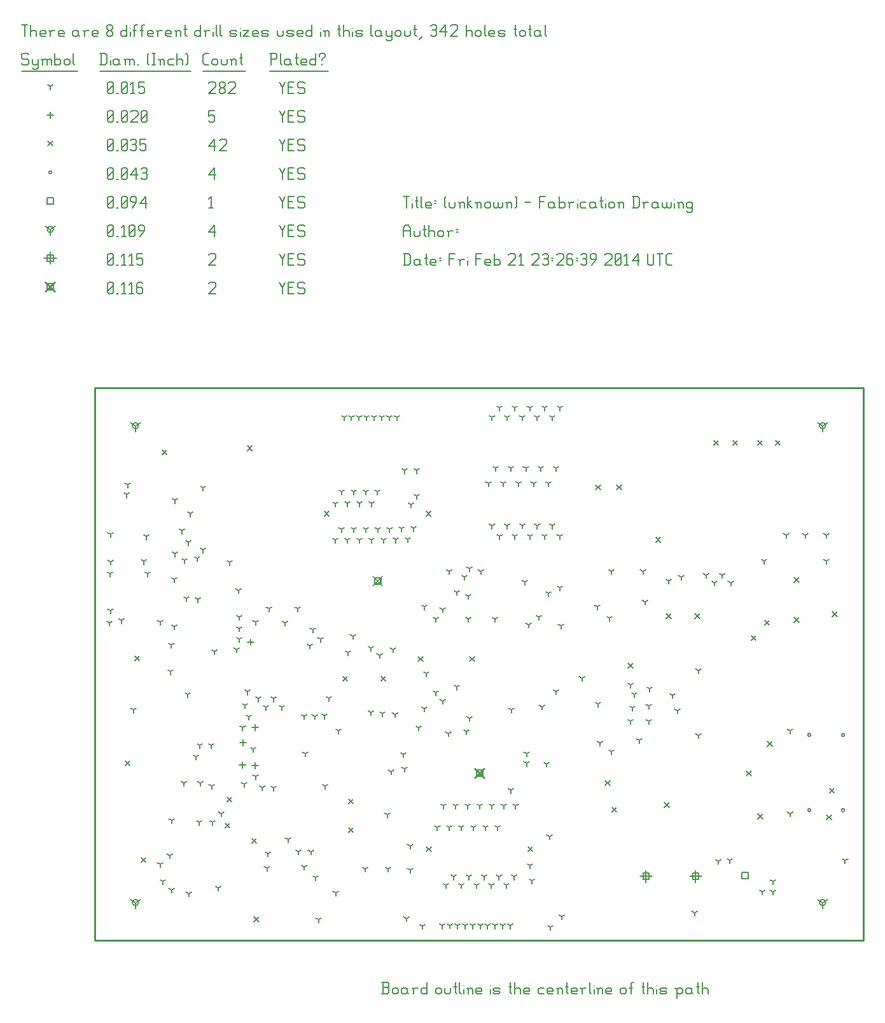
<source format=gbr>
G04 start of page 15 for group -3984 idx -3984 *
G04 Title: (unknown), fab *
G04 Creator: pcb 20110918 *
G04 CreationDate: Fri Feb 21 23:26:39 2014 UTC *
G04 For: fosse *
G04 Format: Gerber/RS-274X *
G04 PCB-Dimensions: 550000 350000 *
G04 PCB-Coordinate-Origin: lower left *
%MOIN*%
%FSLAX25Y25*%
%LNFAB*%
%ADD268C,0.0100*%
%ADD267C,0.0075*%
%ADD266C,0.0060*%
%ADD265R,0.0080X0.0080*%
%ADD264C,0.0001*%
G54D264*G36*
X237510Y109206D02*X242876Y103840D01*
X242310Y103274D01*
X236944Y108640D01*
X237510Y109206D01*
G37*
G36*
X236944Y103840D02*X242310Y109206D01*
X242876Y108640D01*
X237510Y103274D01*
X236944Y103840D01*
G37*
G54D265*X238310Y107840D02*X241510D01*
X238310D02*Y104640D01*
X241510D01*
Y107840D02*Y104640D01*
G54D264*G36*
X184100Y209966D02*X189466Y204600D01*
X188900Y204034D01*
X183534Y209400D01*
X184100Y209966D01*
G37*
G36*
X183534Y204600D02*X188900Y209966D01*
X189466Y209400D01*
X184100Y204034D01*
X183534Y204600D01*
G37*
G54D265*X184900Y208600D02*X188100D01*
X184900D02*Y205400D01*
X188100D01*
Y208600D02*Y205400D01*
G54D264*G36*
X12600Y364216D02*X17966Y358850D01*
X17400Y358284D01*
X12034Y363650D01*
X12600Y364216D01*
G37*
G36*
X12034Y358850D02*X17400Y364216D01*
X17966Y363650D01*
X12600Y358284D01*
X12034Y358850D01*
G37*
G54D265*X13400Y362850D02*X16600D01*
X13400D02*Y359650D01*
X16600D01*
Y362850D02*Y359650D01*
G54D266*X135000Y363500D02*X136500Y360500D01*
X138000Y363500D01*
X136500Y360500D02*Y357500D01*
X139800Y360800D02*X142050D01*
X139800Y357500D02*X142800D01*
X139800Y363500D02*Y357500D01*
Y363500D02*X142800D01*
X147600D02*X148350Y362750D01*
X145350Y363500D02*X147600D01*
X144600Y362750D02*X145350Y363500D01*
X144600Y362750D02*Y361250D01*
X145350Y360500D01*
X147600D01*
X148350Y359750D01*
Y358250D01*
X147600Y357500D02*X148350Y358250D01*
X145350Y357500D02*X147600D01*
X144600Y358250D02*X145350Y357500D01*
X98000Y362750D02*X98750Y363500D01*
X101000D01*
X101750Y362750D01*
Y361250D01*
X98000Y357500D02*X101750Y361250D01*
X98000Y357500D02*X101750D01*
X45000Y358250D02*X45750Y357500D01*
X45000Y362750D02*Y358250D01*
Y362750D02*X45750Y363500D01*
X47250D01*
X48000Y362750D01*
Y358250D01*
X47250Y357500D02*X48000Y358250D01*
X45750Y357500D02*X47250D01*
X45000Y359000D02*X48000Y362000D01*
X49800Y357500D02*X50550D01*
X52350Y362300D02*X53550Y363500D01*
Y357500D01*
X52350D02*X54600D01*
X56400Y362300D02*X57600Y363500D01*
Y357500D01*
X56400D02*X58650D01*
X62700Y363500D02*X63450Y362750D01*
X61200Y363500D02*X62700D01*
X60450Y362750D02*X61200Y363500D01*
X60450Y362750D02*Y358250D01*
X61200Y357500D01*
X62700Y360800D02*X63450Y360050D01*
X60450Y360800D02*X62700D01*
X61200Y357500D02*X62700D01*
X63450Y358250D01*
Y360050D02*Y358250D01*
X327110Y55290D02*Y48890D01*
X323910Y52090D02*X330310D01*
X325510Y53690D02*X328710D01*
X325510D02*Y50490D01*
X328710D01*
Y53690D02*Y50490D01*
X353110Y55290D02*Y48890D01*
X349910Y52090D02*X356310D01*
X351510Y53690D02*X354710D01*
X351510D02*Y50490D01*
X354710D01*
Y53690D02*Y50490D01*
X15000Y379450D02*Y373050D01*
X11800Y376250D02*X18200D01*
X13400Y377850D02*X16600D01*
X13400D02*Y374650D01*
X16600D01*
Y377850D02*Y374650D01*
X135000Y378500D02*X136500Y375500D01*
X138000Y378500D01*
X136500Y375500D02*Y372500D01*
X139800Y375800D02*X142050D01*
X139800Y372500D02*X142800D01*
X139800Y378500D02*Y372500D01*
Y378500D02*X142800D01*
X147600D02*X148350Y377750D01*
X145350Y378500D02*X147600D01*
X144600Y377750D02*X145350Y378500D01*
X144600Y377750D02*Y376250D01*
X145350Y375500D01*
X147600D01*
X148350Y374750D01*
Y373250D01*
X147600Y372500D02*X148350Y373250D01*
X145350Y372500D02*X147600D01*
X144600Y373250D02*X145350Y372500D01*
X98000Y377750D02*X98750Y378500D01*
X101000D01*
X101750Y377750D01*
Y376250D01*
X98000Y372500D02*X101750Y376250D01*
X98000Y372500D02*X101750D01*
X45000Y373250D02*X45750Y372500D01*
X45000Y377750D02*Y373250D01*
Y377750D02*X45750Y378500D01*
X47250D01*
X48000Y377750D01*
Y373250D01*
X47250Y372500D02*X48000Y373250D01*
X45750Y372500D02*X47250D01*
X45000Y374000D02*X48000Y377000D01*
X49800Y372500D02*X50550D01*
X52350Y377300D02*X53550Y378500D01*
Y372500D01*
X52350D02*X54600D01*
X56400Y377300D02*X57600Y378500D01*
Y372500D01*
X56400D02*X58650D01*
X60450Y378500D02*X63450D01*
X60450D02*Y375500D01*
X61200Y376250D01*
X62700D01*
X63450Y375500D01*
Y373250D01*
X62700Y372500D02*X63450Y373250D01*
X61200Y372500D02*X62700D01*
X60450Y373250D02*X61200Y372500D01*
X59610Y288340D02*Y285140D01*
Y288340D02*X62383Y289940D01*
X59610Y288340D02*X56837Y289940D01*
X58010Y288340D02*G75*G03X61210Y288340I1600J0D01*G01*
G75*G03X58010Y288340I-1600J0D01*G01*
X419610D02*Y285140D01*
Y288340D02*X422383Y289940D01*
X419610Y288340D02*X416837Y289940D01*
X418010Y288340D02*G75*G03X421210Y288340I1600J0D01*G01*
G75*G03X418010Y288340I-1600J0D01*G01*
X59610Y38340D02*Y35140D01*
Y38340D02*X62383Y39940D01*
X59610Y38340D02*X56837Y39940D01*
X58010Y38340D02*G75*G03X61210Y38340I1600J0D01*G01*
G75*G03X58010Y38340I-1600J0D01*G01*
X419610D02*Y35140D01*
Y38340D02*X422383Y39940D01*
X419610Y38340D02*X416837Y39940D01*
X418010Y38340D02*G75*G03X421210Y38340I1600J0D01*G01*
G75*G03X418010Y38340I-1600J0D01*G01*
X15000Y391250D02*Y388050D01*
Y391250D02*X17773Y392850D01*
X15000Y391250D02*X12227Y392850D01*
X13400Y391250D02*G75*G03X16600Y391250I1600J0D01*G01*
G75*G03X13400Y391250I-1600J0D01*G01*
X135000Y393500D02*X136500Y390500D01*
X138000Y393500D01*
X136500Y390500D02*Y387500D01*
X139800Y390800D02*X142050D01*
X139800Y387500D02*X142800D01*
X139800Y393500D02*Y387500D01*
Y393500D02*X142800D01*
X147600D02*X148350Y392750D01*
X145350Y393500D02*X147600D01*
X144600Y392750D02*X145350Y393500D01*
X144600Y392750D02*Y391250D01*
X145350Y390500D01*
X147600D01*
X148350Y389750D01*
Y388250D01*
X147600Y387500D02*X148350Y388250D01*
X145350Y387500D02*X147600D01*
X144600Y388250D02*X145350Y387500D01*
X98000Y389750D02*X101000Y393500D01*
X98000Y389750D02*X101750D01*
X101000Y393500D02*Y387500D01*
X45000Y388250D02*X45750Y387500D01*
X45000Y392750D02*Y388250D01*
Y392750D02*X45750Y393500D01*
X47250D01*
X48000Y392750D01*
Y388250D01*
X47250Y387500D02*X48000Y388250D01*
X45750Y387500D02*X47250D01*
X45000Y389000D02*X48000Y392000D01*
X49800Y387500D02*X50550D01*
X52350Y392300D02*X53550Y393500D01*
Y387500D01*
X52350D02*X54600D01*
X56400Y388250D02*X57150Y387500D01*
X56400Y392750D02*Y388250D01*
Y392750D02*X57150Y393500D01*
X58650D01*
X59400Y392750D01*
Y388250D01*
X58650Y387500D02*X59400Y388250D01*
X57150Y387500D02*X58650D01*
X56400Y389000D02*X59400Y392000D01*
X61950Y387500D02*X64200Y390500D01*
Y392750D02*Y390500D01*
X63450Y393500D02*X64200Y392750D01*
X61950Y393500D02*X63450D01*
X61200Y392750D02*X61950Y393500D01*
X61200Y392750D02*Y391250D01*
X61950Y390500D01*
X64200D01*
X377400Y54100D02*X380600D01*
X377400D02*Y50900D01*
X380600D01*
Y54100D02*Y50900D01*
X13400Y407850D02*X16600D01*
X13400D02*Y404650D01*
X16600D01*
Y407850D02*Y404650D01*
X135000Y408500D02*X136500Y405500D01*
X138000Y408500D01*
X136500Y405500D02*Y402500D01*
X139800Y405800D02*X142050D01*
X139800Y402500D02*X142800D01*
X139800Y408500D02*Y402500D01*
Y408500D02*X142800D01*
X147600D02*X148350Y407750D01*
X145350Y408500D02*X147600D01*
X144600Y407750D02*X145350Y408500D01*
X144600Y407750D02*Y406250D01*
X145350Y405500D01*
X147600D01*
X148350Y404750D01*
Y403250D01*
X147600Y402500D02*X148350Y403250D01*
X145350Y402500D02*X147600D01*
X144600Y403250D02*X145350Y402500D01*
X98000Y407300D02*X99200Y408500D01*
Y402500D01*
X98000D02*X100250D01*
X45000Y403250D02*X45750Y402500D01*
X45000Y407750D02*Y403250D01*
Y407750D02*X45750Y408500D01*
X47250D01*
X48000Y407750D01*
Y403250D01*
X47250Y402500D02*X48000Y403250D01*
X45750Y402500D02*X47250D01*
X45000Y404000D02*X48000Y407000D01*
X49800Y402500D02*X50550D01*
X52350Y403250D02*X53100Y402500D01*
X52350Y407750D02*Y403250D01*
Y407750D02*X53100Y408500D01*
X54600D01*
X55350Y407750D01*
Y403250D01*
X54600Y402500D02*X55350Y403250D01*
X53100Y402500D02*X54600D01*
X52350Y404000D02*X55350Y407000D01*
X57900Y402500D02*X60150Y405500D01*
Y407750D02*Y405500D01*
X59400Y408500D02*X60150Y407750D01*
X57900Y408500D02*X59400D01*
X57150Y407750D02*X57900Y408500D01*
X57150Y407750D02*Y406250D01*
X57900Y405500D01*
X60150D01*
X61950Y404750D02*X64950Y408500D01*
X61950Y404750D02*X65700D01*
X64950Y408500D02*Y402500D01*
X429527Y86744D02*G75*G03X431127Y86744I800J0D01*G01*
G75*G03X429527Y86744I-800J0D01*G01*
X411810D02*G75*G03X413410Y86744I800J0D01*G01*
G75*G03X411810Y86744I-800J0D01*G01*
X429527Y126256D02*G75*G03X431127Y126256I800J0D01*G01*
G75*G03X429527Y126256I-800J0D01*G01*
X411810D02*G75*G03X413410Y126256I800J0D01*G01*
G75*G03X411810Y126256I-800J0D01*G01*
X14200Y421250D02*G75*G03X15800Y421250I800J0D01*G01*
G75*G03X14200Y421250I-800J0D01*G01*
X135000Y423500D02*X136500Y420500D01*
X138000Y423500D01*
X136500Y420500D02*Y417500D01*
X139800Y420800D02*X142050D01*
X139800Y417500D02*X142800D01*
X139800Y423500D02*Y417500D01*
Y423500D02*X142800D01*
X147600D02*X148350Y422750D01*
X145350Y423500D02*X147600D01*
X144600Y422750D02*X145350Y423500D01*
X144600Y422750D02*Y421250D01*
X145350Y420500D01*
X147600D01*
X148350Y419750D01*
Y418250D01*
X147600Y417500D02*X148350Y418250D01*
X145350Y417500D02*X147600D01*
X144600Y418250D02*X145350Y417500D01*
X98000Y419750D02*X101000Y423500D01*
X98000Y419750D02*X101750D01*
X101000Y423500D02*Y417500D01*
X45000Y418250D02*X45750Y417500D01*
X45000Y422750D02*Y418250D01*
Y422750D02*X45750Y423500D01*
X47250D01*
X48000Y422750D01*
Y418250D01*
X47250Y417500D02*X48000Y418250D01*
X45750Y417500D02*X47250D01*
X45000Y419000D02*X48000Y422000D01*
X49800Y417500D02*X50550D01*
X52350Y418250D02*X53100Y417500D01*
X52350Y422750D02*Y418250D01*
Y422750D02*X53100Y423500D01*
X54600D01*
X55350Y422750D01*
Y418250D01*
X54600Y417500D02*X55350Y418250D01*
X53100Y417500D02*X54600D01*
X52350Y419000D02*X55350Y422000D01*
X57150Y419750D02*X60150Y423500D01*
X57150Y419750D02*X60900D01*
X60150Y423500D02*Y417500D01*
X62700Y422750D02*X63450Y423500D01*
X64950D01*
X65700Y422750D01*
X64950Y417500D02*X65700Y418250D01*
X63450Y417500D02*X64950D01*
X62700Y418250D02*X63450Y417500D01*
Y420800D02*X64950D01*
X65700Y422750D02*Y421550D01*
Y420050D02*Y418250D01*
Y420050D02*X64950Y420800D01*
X65700Y421550D02*X64950Y420800D01*
X336800Y90700D02*X339200Y88300D01*
X336800D02*X339200Y90700D01*
X309300Y88200D02*X311700Y85800D01*
X309300D02*X311700Y88200D01*
X305800Y102200D02*X308200Y99800D01*
X305800D02*X308200Y102200D01*
X317800Y163700D02*X320200Y161300D01*
X317800D02*X320200Y163700D01*
X121800Y30700D02*X124200Y28300D01*
X121800D02*X124200Y30700D01*
X234800Y167200D02*X237200Y164800D01*
X234800D02*X237200Y167200D01*
X207800D02*X210200Y164800D01*
X207800D02*X210200Y167200D01*
X332300Y229700D02*X334700Y227300D01*
X332300D02*X334700Y229700D01*
X311800Y257200D02*X314200Y254800D01*
X311800D02*X314200Y257200D01*
X300800D02*X303200Y254800D01*
X300800D02*X303200Y257200D01*
X73710Y275440D02*X76110Y273040D01*
X73710D02*X76110Y275440D01*
X352800Y189700D02*X355200Y187300D01*
X352800D02*X355200Y189700D01*
X337800D02*X340200Y187300D01*
X337800D02*X340200Y189700D01*
X118300Y277700D02*X120700Y275300D01*
X118300D02*X120700Y277700D01*
X171210Y77440D02*X173610Y75040D01*
X171210D02*X173610Y77440D01*
X188210Y156940D02*X190610Y154540D01*
X188210D02*X190610Y156940D01*
X168210D02*X170610Y154540D01*
X168210D02*X170610Y156940D01*
X171210Y92440D02*X173610Y90040D01*
X171210D02*X173610Y92440D01*
X62710Y61940D02*X65110Y59540D01*
X62710D02*X65110Y61940D01*
X54210Y112440D02*X56610Y110040D01*
X54210D02*X56610Y112440D01*
X59210Y167440D02*X61610Y165040D01*
X59210D02*X61610Y167440D01*
X106710Y79940D02*X109110Y77540D01*
X106710D02*X109110Y79940D01*
X120710Y71940D02*X123110Y69540D01*
X120710D02*X123110Y71940D01*
X107710Y93440D02*X110110Y91040D01*
X107710D02*X110110Y93440D01*
X362550Y280450D02*X364950Y278050D01*
X362550D02*X364950Y280450D01*
X372550D02*X374950Y278050D01*
X372550D02*X374950Y280450D01*
X395050D02*X397450Y278050D01*
X395050D02*X397450Y280450D01*
X385550D02*X387950Y278050D01*
X385550D02*X387950Y280450D01*
X379800Y107200D02*X382200Y104800D01*
X379800D02*X382200Y107200D01*
X385800Y84700D02*X388200Y82300D01*
X385800D02*X388200Y84700D01*
X424800Y190700D02*X427200Y188300D01*
X424800D02*X427200Y190700D01*
X382300Y178200D02*X384700Y175800D01*
X382300D02*X384700Y178200D01*
X389300Y186200D02*X391700Y183800D01*
X389300D02*X391700Y186200D01*
X404800Y187700D02*X407200Y185300D01*
X404800D02*X407200Y187700D01*
X404800Y208700D02*X407200Y206300D01*
X404800D02*X407200Y208700D01*
X423300Y98200D02*X425700Y95800D01*
X423300D02*X425700Y98200D01*
X421800Y84200D02*X424200Y81800D01*
X421800D02*X424200Y84200D01*
X390800Y122700D02*X393200Y120300D01*
X390800D02*X393200Y122700D01*
X265285Y67644D02*X267685Y65244D01*
X265285D02*X267685Y67644D01*
X212135D02*X214535Y65244D01*
X212135D02*X214535Y67644D01*
X211876Y243406D02*X214276Y241006D01*
X211876D02*X214276Y243406D01*
X158726D02*X161126Y241006D01*
X158726D02*X161126Y243406D01*
X13800Y437450D02*X16200Y435050D01*
X13800D02*X16200Y437450D01*
X135000Y438500D02*X136500Y435500D01*
X138000Y438500D01*
X136500Y435500D02*Y432500D01*
X139800Y435800D02*X142050D01*
X139800Y432500D02*X142800D01*
X139800Y438500D02*Y432500D01*
Y438500D02*X142800D01*
X147600D02*X148350Y437750D01*
X145350Y438500D02*X147600D01*
X144600Y437750D02*X145350Y438500D01*
X144600Y437750D02*Y436250D01*
X145350Y435500D01*
X147600D01*
X148350Y434750D01*
Y433250D01*
X147600Y432500D02*X148350Y433250D01*
X145350Y432500D02*X147600D01*
X144600Y433250D02*X145350Y432500D01*
X98000Y434750D02*X101000Y438500D01*
X98000Y434750D02*X101750D01*
X101000Y438500D02*Y432500D01*
X103550Y437750D02*X104300Y438500D01*
X106550D01*
X107300Y437750D01*
Y436250D01*
X103550Y432500D02*X107300Y436250D01*
X103550Y432500D02*X107300D01*
X45000Y433250D02*X45750Y432500D01*
X45000Y437750D02*Y433250D01*
Y437750D02*X45750Y438500D01*
X47250D01*
X48000Y437750D01*
Y433250D01*
X47250Y432500D02*X48000Y433250D01*
X45750Y432500D02*X47250D01*
X45000Y434000D02*X48000Y437000D01*
X49800Y432500D02*X50550D01*
X52350Y433250D02*X53100Y432500D01*
X52350Y437750D02*Y433250D01*
Y437750D02*X53100Y438500D01*
X54600D01*
X55350Y437750D01*
Y433250D01*
X54600Y432500D02*X55350Y433250D01*
X53100Y432500D02*X54600D01*
X52350Y434000D02*X55350Y437000D01*
X57150Y437750D02*X57900Y438500D01*
X59400D01*
X60150Y437750D01*
X59400Y432500D02*X60150Y433250D01*
X57900Y432500D02*X59400D01*
X57150Y433250D02*X57900Y432500D01*
Y435800D02*X59400D01*
X60150Y437750D02*Y436550D01*
Y435050D02*Y433250D01*
Y435050D02*X59400Y435800D01*
X60150Y436550D02*X59400Y435800D01*
X61950Y438500D02*X64950D01*
X61950D02*Y435500D01*
X62700Y436250D01*
X64200D01*
X64950Y435500D01*
Y433250D01*
X64200Y432500D02*X64950Y433250D01*
X62700Y432500D02*X64200D01*
X61950Y433250D02*X62700Y432500D01*
X120000Y176600D02*Y173400D01*
X118400Y175000D02*X121600D01*
X122410Y131840D02*Y128640D01*
X120810Y130240D02*X124010D01*
X115910Y123840D02*Y120640D01*
X114310Y122240D02*X117510D01*
X122410Y111840D02*Y108640D01*
X120810Y110240D02*X124010D01*
X115689Y112061D02*Y108861D01*
X114089Y110461D02*X117289D01*
X15000Y452850D02*Y449650D01*
X13400Y451250D02*X16600D01*
X135000Y453500D02*X136500Y450500D01*
X138000Y453500D01*
X136500Y450500D02*Y447500D01*
X139800Y450800D02*X142050D01*
X139800Y447500D02*X142800D01*
X139800Y453500D02*Y447500D01*
Y453500D02*X142800D01*
X147600D02*X148350Y452750D01*
X145350Y453500D02*X147600D01*
X144600Y452750D02*X145350Y453500D01*
X144600Y452750D02*Y451250D01*
X145350Y450500D01*
X147600D01*
X148350Y449750D01*
Y448250D01*
X147600Y447500D02*X148350Y448250D01*
X145350Y447500D02*X147600D01*
X144600Y448250D02*X145350Y447500D01*
X98000Y453500D02*X101000D01*
X98000D02*Y450500D01*
X98750Y451250D01*
X100250D01*
X101000Y450500D01*
Y448250D01*
X100250Y447500D02*X101000Y448250D01*
X98750Y447500D02*X100250D01*
X98000Y448250D02*X98750Y447500D01*
X45000Y448250D02*X45750Y447500D01*
X45000Y452750D02*Y448250D01*
Y452750D02*X45750Y453500D01*
X47250D01*
X48000Y452750D01*
Y448250D01*
X47250Y447500D02*X48000Y448250D01*
X45750Y447500D02*X47250D01*
X45000Y449000D02*X48000Y452000D01*
X49800Y447500D02*X50550D01*
X52350Y448250D02*X53100Y447500D01*
X52350Y452750D02*Y448250D01*
Y452750D02*X53100Y453500D01*
X54600D01*
X55350Y452750D01*
Y448250D01*
X54600Y447500D02*X55350Y448250D01*
X53100Y447500D02*X54600D01*
X52350Y449000D02*X55350Y452000D01*
X57150Y452750D02*X57900Y453500D01*
X60150D01*
X60900Y452750D01*
Y451250D01*
X57150Y447500D02*X60900Y451250D01*
X57150Y447500D02*X60900D01*
X62700Y448250D02*X63450Y447500D01*
X62700Y452750D02*Y448250D01*
Y452750D02*X63450Y453500D01*
X64950D01*
X65700Y452750D01*
Y448250D01*
X64950Y447500D02*X65700Y448250D01*
X63450Y447500D02*X64950D01*
X62700Y449000D02*X65700Y452000D01*
X276500Y73000D02*Y71400D01*
Y73000D02*X277887Y73800D01*
X276500Y73000D02*X275113Y73800D01*
X277000Y25500D02*Y23900D01*
Y25500D02*X278387Y26300D01*
X277000Y25500D02*X275613Y26300D01*
X203500Y55500D02*Y53900D01*
Y55500D02*X204887Y56300D01*
X203500Y55500D02*X202113Y56300D01*
X203500Y68000D02*Y66400D01*
Y68000D02*X204887Y68800D01*
X203500Y68000D02*X202113Y68800D01*
X180095Y56000D02*Y54400D01*
Y56000D02*X181482Y56800D01*
X180095Y56000D02*X178708Y56800D01*
X192095Y56000D02*Y54400D01*
Y56000D02*X193482Y56800D01*
X192095Y56000D02*X190708Y56800D01*
X256250Y97250D02*Y95650D01*
Y97250D02*X257637Y98050D01*
X256250Y97250D02*X254863Y98050D01*
X283000Y31000D02*Y29400D01*
Y31000D02*X284387Y31800D01*
X283000Y31000D02*X281613Y31800D01*
X393500Y44000D02*Y42400D01*
Y44000D02*X394887Y44800D01*
X393500Y44000D02*X392113Y44800D01*
X352500Y33000D02*Y31400D01*
Y33000D02*X353887Y33800D01*
X352500Y33000D02*X351113Y33800D01*
X210000Y26000D02*Y24400D01*
Y26000D02*X211387Y26800D01*
X210000Y26000D02*X208613Y26800D01*
X201500Y30000D02*Y28400D01*
Y30000D02*X202887Y30800D01*
X201500Y30000D02*X200113Y30800D01*
X132000Y98500D02*Y96900D01*
Y98500D02*X133387Y99300D01*
X132000Y98500D02*X130613Y99300D01*
X139500Y71500D02*Y69900D01*
Y71500D02*X140887Y72300D01*
X139500Y71500D02*X138113Y72300D01*
X223500Y127000D02*Y125400D01*
Y127000D02*X224887Y127800D01*
X223500Y127000D02*X222113Y127800D01*
X233000Y128000D02*Y126400D01*
Y128000D02*X234387Y128800D01*
X233000Y128000D02*X231613Y128800D01*
X121410Y118740D02*Y117140D01*
Y118740D02*X122797Y119540D01*
X121410Y118740D02*X120023Y119540D01*
X256500Y139500D02*Y137900D01*
Y139500D02*X257887Y140300D01*
X256500Y139500D02*X255113Y140300D01*
X187500Y168000D02*Y166400D01*
Y168000D02*X188887Y168800D01*
X187500Y168000D02*X186113Y168800D01*
X212000Y158500D02*Y156900D01*
Y158500D02*X213387Y159300D01*
X212000Y158500D02*X210613Y159300D01*
X275000Y111000D02*Y109400D01*
Y111000D02*X276387Y111800D01*
X275000Y111000D02*X273613Y111800D01*
X194500Y171000D02*Y169400D01*
Y171000D02*X195887Y171800D01*
X194500Y171000D02*X193113Y171800D01*
X234500Y135000D02*Y133400D01*
Y135000D02*X235887Y135800D01*
X234500Y135000D02*X233113Y135800D01*
X264500Y116500D02*Y114900D01*
Y116500D02*X265887Y117300D01*
X264500Y116500D02*X263113Y117300D01*
X264500Y111500D02*Y109900D01*
Y111500D02*X265887Y112300D01*
X264500Y111500D02*X263113Y112300D01*
X234000Y187000D02*Y185400D01*
Y187000D02*X235387Y187800D01*
X234000Y187000D02*X232613Y187800D01*
X234000Y199000D02*Y197400D01*
Y199000D02*X235387Y199800D01*
X234000Y199000D02*X232613Y199800D01*
X220500Y192000D02*Y190400D01*
Y192000D02*X221887Y192800D01*
X220500Y192000D02*X219113Y192800D01*
X217000Y187000D02*Y185400D01*
Y187000D02*X218387Y187800D01*
X217000Y187000D02*X215613Y187800D01*
X217000Y148500D02*Y146900D01*
Y148500D02*X218387Y149300D01*
X217000Y148500D02*X215613Y149300D01*
X248000Y187000D02*Y185400D01*
Y187000D02*X249387Y187800D01*
X248000Y187000D02*X246613Y187800D01*
X321000Y147500D02*Y145900D01*
Y147500D02*X322387Y148300D01*
X321000Y147500D02*X319613Y148300D01*
X320000Y140500D02*Y138900D01*
Y140500D02*X321387Y141300D01*
X320000Y140500D02*X318613Y141300D01*
X280000Y149000D02*Y147400D01*
Y149000D02*X281387Y149800D01*
X280000Y149000D02*X278613Y149800D01*
X272500Y141000D02*Y139400D01*
Y141000D02*X273887Y141800D01*
X272500Y141000D02*X271113Y141800D01*
X293500Y156000D02*Y154400D01*
Y156000D02*X294887Y156800D01*
X293500Y156000D02*X292113Y156800D01*
X319000Y152500D02*Y150900D01*
Y152500D02*X320387Y153300D01*
X319000Y152500D02*X317613Y153300D01*
X303000Y122000D02*Y120400D01*
Y122000D02*X304387Y122800D01*
X303000Y122000D02*X301613Y122800D01*
X328500Y133500D02*Y131900D01*
Y133500D02*X329887Y134300D01*
X328500Y133500D02*X327113Y134300D01*
X319000Y133500D02*Y131900D01*
Y133500D02*X320387Y134300D01*
X319000Y133500D02*X317613Y134300D01*
X329000Y150500D02*Y148900D01*
Y150500D02*X330387Y151300D01*
X329000Y150500D02*X327613Y151300D01*
X302000Y142500D02*Y140900D01*
Y142500D02*X303387Y143300D01*
X302000Y142500D02*X300613Y143300D01*
X354500Y126000D02*Y124400D01*
Y126000D02*X355887Y126800D01*
X354500Y126000D02*X353113Y126800D01*
X354500Y160000D02*Y158400D01*
Y160000D02*X355887Y160800D01*
X354500Y160000D02*X353113Y160800D01*
X309000Y117500D02*Y115900D01*
Y117500D02*X310387Y118300D01*
X309000Y117500D02*X307613Y118300D01*
X323500Y123500D02*Y121900D01*
Y123500D02*X324887Y124300D01*
X323500Y123500D02*X322113Y124300D01*
X328500Y141500D02*Y139900D01*
Y141500D02*X329887Y142300D01*
X328500Y141500D02*X327113Y142300D01*
X341000Y147000D02*Y145400D01*
Y147000D02*X342387Y147800D01*
X341000Y147000D02*X339613Y147800D01*
X343500Y139000D02*Y137400D01*
Y139000D02*X344887Y139800D01*
X343500Y139000D02*X342113Y139800D01*
X234500Y213500D02*Y211900D01*
Y213500D02*X235887Y214300D01*
X234500Y213500D02*X233113Y214300D01*
X148000Y57000D02*Y55400D01*
Y57000D02*X149387Y57800D01*
X148000Y57000D02*X146613Y57800D01*
X129000Y64000D02*Y62400D01*
Y64000D02*X130387Y64800D01*
X129000Y64000D02*X127613Y64800D01*
X228000Y201000D02*Y199400D01*
Y201000D02*X229387Y201800D01*
X228000Y201000D02*X226613Y201800D01*
X228000Y151500D02*Y149900D01*
Y151500D02*X229387Y152300D01*
X228000Y151500D02*X226613Y152300D01*
X224000Y212000D02*Y210400D01*
Y212000D02*X225387Y212800D01*
X224000Y212000D02*X222613Y212800D01*
X232000Y209000D02*Y207400D01*
Y209000D02*X233387Y209800D01*
X232000Y209000D02*X230613Y209800D01*
X204000Y247000D02*Y245400D01*
Y247000D02*X205387Y247800D01*
X204000Y247000D02*X202613Y247800D01*
X207000Y251500D02*Y249900D01*
Y251500D02*X208387Y252300D01*
X207000Y251500D02*X205613Y252300D01*
X208000Y130000D02*Y128400D01*
Y130000D02*X209387Y130800D01*
X208000Y130000D02*X206613Y130800D01*
X220500Y144000D02*Y142400D01*
Y144000D02*X221887Y144800D01*
X220500Y144000D02*X219113Y144800D01*
X171000Y169500D02*Y167900D01*
Y169500D02*X172387Y170300D01*
X171000Y169500D02*X169613Y170300D01*
X173500Y178000D02*Y176400D01*
Y178000D02*X174887Y178800D01*
X173500Y178000D02*X172113Y178800D01*
X211000Y140000D02*Y138400D01*
Y140000D02*X212387Y140800D01*
X211000Y140000D02*X209613Y140800D01*
X159000Y99500D02*Y97900D01*
Y99500D02*X160387Y100300D01*
X159000Y99500D02*X157613Y100300D01*
X200000Y116000D02*Y114400D01*
Y116000D02*X201387Y116800D01*
X200000Y116000D02*X198613Y116800D01*
X276000Y200500D02*Y198900D01*
Y200500D02*X277387Y201300D01*
X276000Y200500D02*X274613Y201300D01*
X271000Y188000D02*Y186400D01*
Y188000D02*X272387Y188800D01*
X271000Y188000D02*X269613Y188800D01*
X265500Y184000D02*Y182400D01*
Y184000D02*X266887Y184800D01*
X265500Y184000D02*X264113Y184800D01*
X103000Y46000D02*Y44400D01*
Y46000D02*X104387Y46800D01*
X103000Y46000D02*X101613Y46800D01*
X87500Y43000D02*Y41400D01*
Y43000D02*X88887Y43800D01*
X87500Y43000D02*X86113Y43800D01*
X128500Y56500D02*Y54900D01*
Y56500D02*X129887Y57300D01*
X128500Y56500D02*X127113Y57300D01*
X74000Y49500D02*Y47900D01*
Y49500D02*X75387Y50300D01*
X74000Y49500D02*X72613Y50300D01*
X72500Y58500D02*Y56900D01*
Y58500D02*X73887Y59300D01*
X72500Y58500D02*X71113Y59300D01*
X58500Y139500D02*Y137900D01*
Y139500D02*X59887Y140300D01*
X58500Y139500D02*X57113Y140300D01*
X87000Y147500D02*Y145900D01*
Y147500D02*X88387Y148300D01*
X87000Y147500D02*X85613Y148300D01*
X78500Y81500D02*Y79900D01*
Y81500D02*X79887Y82300D01*
X78500Y81500D02*X77113Y82300D01*
X85000Y101000D02*Y99400D01*
Y101000D02*X86387Y101800D01*
X85000Y101000D02*X83613Y101800D01*
X93500Y101000D02*Y99400D01*
Y101000D02*X94887Y101800D01*
X93500Y101000D02*X92113Y101800D01*
X78500Y45000D02*Y43400D01*
Y45000D02*X79887Y45800D01*
X78500Y45000D02*X77113Y45800D01*
X155500Y29500D02*Y27900D01*
Y29500D02*X156887Y30300D01*
X155500Y29500D02*X154113Y30300D01*
X154000Y51500D02*Y49900D01*
Y51500D02*X155387Y52300D01*
X154000Y51500D02*X152613Y52300D01*
X191500Y84500D02*Y82900D01*
Y84500D02*X192887Y85300D01*
X191500Y84500D02*X190113Y85300D01*
X80410Y249240D02*Y247640D01*
Y249240D02*X81797Y250040D01*
X80410Y249240D02*X79023Y250040D01*
X200710Y264940D02*Y263340D01*
Y264940D02*X202097Y265740D01*
X200710Y264940D02*X199323Y265740D01*
X151500Y65000D02*Y63400D01*
Y65000D02*X152887Y65800D01*
X151500Y65000D02*X150113Y65800D01*
X126130Y98630D02*Y97030D01*
Y98630D02*X127517Y99430D01*
X126130Y98630D02*X124743Y99430D01*
X145000Y65000D02*Y63400D01*
Y65000D02*X146387Y65800D01*
X145000Y65000D02*X143613Y65800D01*
X164500Y43500D02*Y41900D01*
Y43500D02*X165887Y44300D01*
X164500Y43500D02*X163113Y44300D01*
X131910Y145240D02*Y143640D01*
Y145240D02*X133297Y146040D01*
X131910Y145240D02*X130523Y146040D01*
X91410Y114740D02*Y113140D01*
Y114740D02*X92797Y115540D01*
X91410Y114740D02*X90023Y115540D01*
X93410Y120740D02*Y119140D01*
Y120740D02*X94797Y121540D01*
X93410Y120740D02*X92023Y121540D01*
X99410Y120740D02*Y119140D01*
Y120740D02*X100797Y121540D01*
X99410Y120740D02*X98023Y121540D01*
X55500Y257500D02*Y255900D01*
Y257500D02*X56887Y258300D01*
X55500Y257500D02*X54113Y258300D01*
X46000Y185000D02*Y183400D01*
Y185000D02*X47387Y185800D01*
X46000Y185000D02*X44613Y185800D01*
X72500Y185500D02*Y183900D01*
Y185500D02*X73887Y186300D01*
X72500Y185500D02*X71113Y186300D01*
X114000Y176500D02*Y174900D01*
Y176500D02*X115387Y177300D01*
X114000Y176500D02*X112613Y177300D01*
X114000Y182000D02*Y180400D01*
Y182000D02*X115387Y182800D01*
X114000Y182000D02*X112613Y182800D01*
X151000Y173000D02*Y171400D01*
Y173000D02*X152387Y173800D01*
X151000Y173000D02*X149613Y173800D01*
X148500Y116500D02*Y114900D01*
Y116500D02*X149887Y117300D01*
X148500Y116500D02*X147113Y117300D01*
X115816Y130146D02*Y128546D01*
Y130146D02*X117203Y130946D01*
X115816Y130146D02*X114429Y130946D01*
X118910Y135740D02*Y134140D01*
Y135740D02*X120297Y136540D01*
X118910Y135740D02*X117523Y136540D01*
X116910Y141740D02*Y140140D01*
Y141740D02*X118297Y142540D01*
X116910Y141740D02*X115523Y142540D01*
X118257Y148893D02*Y147293D01*
Y148893D02*X119644Y149693D01*
X118257Y148893D02*X116870Y149693D01*
X136410Y140740D02*Y139140D01*
Y140740D02*X137797Y141540D01*
X136410Y140740D02*X135023Y141540D01*
X127910Y140740D02*Y139140D01*
Y140740D02*X129297Y141540D01*
X127910Y140740D02*X126523Y141540D01*
X123910Y145240D02*Y143640D01*
Y145240D02*X125297Y146040D01*
X123910Y145240D02*X122523Y146040D01*
X77500Y63000D02*Y61400D01*
Y63000D02*X78887Y63800D01*
X77500Y63000D02*X76113Y63800D01*
X78000Y159500D02*Y157900D01*
Y159500D02*X79387Y160300D01*
X78000Y159500D02*X76613Y160300D01*
X78457Y173457D02*Y171857D01*
Y173457D02*X79844Y174257D01*
X78457Y173457D02*X77070Y174257D01*
X240500Y212000D02*Y210400D01*
Y212000D02*X241887Y212800D01*
X240500Y212000D02*X239113Y212800D01*
X104500Y85000D02*Y83400D01*
Y85000D02*X105887Y85800D01*
X104500Y85000D02*X103113Y85800D01*
X144500Y192500D02*Y190900D01*
Y192500D02*X145887Y193300D01*
X144500Y192500D02*X143113Y193300D01*
X129500Y192500D02*Y190900D01*
Y192500D02*X130887Y193300D01*
X129500Y192500D02*X128113Y193300D01*
X101000Y170000D02*Y168400D01*
Y170000D02*X102387Y170800D01*
X101000Y170000D02*X99613Y170800D01*
X100000Y80500D02*Y78900D01*
Y80500D02*X101387Y81300D01*
X100000Y80500D02*X98613Y81300D01*
X93000Y80500D02*Y78900D01*
Y80500D02*X94387Y81300D01*
X93000Y80500D02*X91613Y81300D01*
X99500Y99500D02*Y97900D01*
Y99500D02*X100887Y100300D01*
X99500Y99500D02*X98113Y100300D01*
X116500Y100500D02*Y98900D01*
Y100500D02*X117887Y101300D01*
X116500Y100500D02*X115113Y101300D01*
X122500Y104500D02*Y102900D01*
Y104500D02*X123887Y105300D01*
X122500Y104500D02*X121113Y105300D01*
X166000Y128500D02*Y126900D01*
Y128500D02*X167387Y129300D01*
X166000Y128500D02*X164613Y129300D01*
X189000Y137500D02*Y135900D01*
Y137500D02*X190387Y138300D01*
X189000Y137500D02*X187613Y138300D01*
X122500Y185500D02*Y183900D01*
Y185500D02*X123887Y186300D01*
X122500Y185500D02*X121113Y186300D01*
X114000Y188000D02*Y186400D01*
Y188000D02*X115387Y188800D01*
X114000Y188000D02*X112613Y188800D01*
X308000Y187500D02*Y185900D01*
Y187500D02*X309387Y188300D01*
X308000Y187500D02*X306613Y188300D01*
X200500Y108500D02*Y106900D01*
Y108500D02*X201887Y109300D01*
X200500Y108500D02*X199113Y109300D01*
X309000Y212000D02*Y210400D01*
Y212000D02*X310387Y212800D01*
X309000Y212000D02*X307613Y212800D01*
X193500Y107000D02*Y105400D01*
Y107000D02*X194887Y107800D01*
X193500Y107000D02*X192113Y107800D01*
X195500Y137000D02*Y135400D01*
Y137000D02*X196887Y137800D01*
X195500Y137000D02*X194113Y137800D01*
X263500Y206500D02*Y204900D01*
Y206500D02*X264887Y207300D01*
X263500Y206500D02*X262113Y207300D01*
X358500Y210000D02*Y208400D01*
Y210000D02*X359887Y210800D01*
X358500Y210000D02*X357113Y210800D01*
X371500Y206000D02*Y204400D01*
Y206000D02*X372887Y206800D01*
X371500Y206000D02*X370113Y206800D01*
X367000Y210000D02*Y208400D01*
Y210000D02*X368387Y210800D01*
X367000Y210000D02*X365613Y210800D01*
X363000Y206000D02*Y204400D01*
Y206000D02*X364387Y206800D01*
X363000Y206000D02*X361613Y206800D01*
X326500Y196000D02*Y194400D01*
Y196000D02*X327887Y196800D01*
X326500Y196000D02*X325113Y196800D01*
X325500Y212000D02*Y210400D01*
Y212000D02*X326887Y212800D01*
X325500Y212000D02*X324113Y212800D01*
X339000Y207000D02*Y205400D01*
Y207000D02*X340387Y207800D01*
X339000Y207000D02*X337613Y207800D01*
X345500Y209000D02*Y207400D01*
Y209000D02*X346887Y209800D01*
X345500Y209000D02*X344113Y209800D01*
X183000Y171800D02*Y170200D01*
Y171800D02*X184387Y172600D01*
X183000Y171800D02*X181613Y172600D01*
X301500Y193500D02*Y191900D01*
Y193500D02*X302887Y194300D01*
X301500Y193500D02*X300113Y194300D01*
X282500Y183500D02*Y181900D01*
Y183500D02*X283887Y184300D01*
X282500Y183500D02*X281113Y184300D01*
X282000Y203500D02*Y201900D01*
Y203500D02*X283387Y204300D01*
X282000Y203500D02*X280613Y204300D01*
X207010Y264940D02*Y263340D01*
Y264940D02*X208397Y265740D01*
X207010Y264940D02*X205623Y265740D01*
X211000Y193500D02*Y191900D01*
Y193500D02*X212387Y194300D01*
X211000Y193500D02*X209613Y194300D01*
X205398Y234602D02*Y233002D01*
Y234602D02*X206785Y235402D01*
X205398Y234602D02*X204011Y235402D01*
X202248Y228752D02*Y227152D01*
Y228752D02*X203635Y229552D01*
X202248Y228752D02*X200861Y229552D01*
X199099Y234401D02*Y232801D01*
Y234401D02*X200486Y235201D01*
X199099Y234401D02*X197712Y235201D01*
X195950Y228550D02*Y226950D01*
Y228550D02*X197337Y229350D01*
X195950Y228550D02*X194563Y229350D01*
X192799Y234201D02*Y232601D01*
Y234201D02*X194186Y235001D01*
X192799Y234201D02*X191412Y235001D01*
X189650Y228350D02*Y226750D01*
Y228350D02*X191037Y229150D01*
X189650Y228350D02*X188263Y229150D01*
X267300Y49800D02*Y48200D01*
Y49800D02*X268687Y50600D01*
X267300Y49800D02*X265913Y50600D01*
X250400Y297700D02*Y296100D01*
Y297700D02*X251787Y298500D01*
X250400Y297700D02*X249013Y298500D01*
X246480Y292730D02*Y291130D01*
Y292730D02*X247867Y293530D01*
X246480Y292730D02*X245093Y293530D01*
X46500Y217000D02*Y215400D01*
Y217000D02*X47887Y217800D01*
X46500Y217000D02*X45113Y217800D01*
X80000Y183000D02*Y181400D01*
Y183000D02*X81387Y183800D01*
X80000Y183000D02*X78613Y183800D01*
X46500Y191500D02*Y189900D01*
Y191500D02*X47887Y192300D01*
X46500Y191500D02*X45113Y192300D01*
X46500Y231500D02*Y229900D01*
Y231500D02*X47887Y232300D01*
X46500Y231500D02*X45113Y232300D01*
X112500Y171000D02*Y169400D01*
Y171000D02*X113887Y171800D01*
X112500Y171000D02*X111113Y171800D01*
X183000Y138000D02*Y136400D01*
Y138000D02*X184387Y138800D01*
X183000Y138000D02*X181613Y138800D01*
X148000Y136000D02*Y134400D01*
Y136000D02*X149387Y136800D01*
X148000Y136000D02*X146613Y136800D01*
X153500Y136000D02*Y134400D01*
Y136000D02*X154887Y136800D01*
X153500Y136000D02*X152113Y136800D01*
X158750Y136250D02*Y134650D01*
Y136250D02*X160137Y137050D01*
X158750Y136250D02*X157363Y137050D01*
X113500Y202000D02*Y200400D01*
Y202000D02*X114887Y202800D01*
X113500Y202000D02*X112113Y202800D01*
X156500Y176500D02*Y174900D01*
Y176500D02*X157887Y177300D01*
X156500Y176500D02*X155113Y177300D01*
X152500Y181500D02*Y179900D01*
Y181500D02*X153887Y182300D01*
X152500Y181500D02*X151113Y182300D01*
X138000Y185000D02*Y183400D01*
Y185000D02*X139387Y185800D01*
X138000Y185000D02*X136613Y185800D01*
X161000Y145500D02*Y143900D01*
Y145500D02*X162387Y146300D01*
X161000Y145500D02*X159613Y146300D01*
X108910Y216740D02*Y215140D01*
Y216740D02*X110297Y217540D01*
X108910Y216740D02*X107523Y217540D01*
X91910Y218740D02*Y217140D01*
Y218740D02*X93297Y219540D01*
X91910Y218740D02*X90523Y219540D01*
X94910Y223240D02*Y221640D01*
Y223240D02*X96297Y224040D01*
X94910Y223240D02*X93523Y224040D01*
X79910Y207740D02*Y206140D01*
Y207740D02*X81297Y208540D01*
X79910Y207740D02*X78523Y208540D01*
X86410Y197740D02*Y196140D01*
Y197740D02*X87797Y198540D01*
X86410Y197740D02*X85023Y198540D01*
X92410Y197240D02*Y195640D01*
Y197240D02*X93797Y198040D01*
X92410Y197240D02*X91023Y198040D01*
X85410Y217740D02*Y216140D01*
Y217740D02*X86797Y218540D01*
X85410Y217740D02*X84023Y218540D01*
X80410Y221240D02*Y219640D01*
Y221240D02*X81797Y222040D01*
X80410Y221240D02*X79023Y222040D01*
X88410Y242240D02*Y240640D01*
Y242240D02*X89797Y243040D01*
X88410Y242240D02*X87023Y243040D01*
X94910Y255740D02*Y254140D01*
Y255740D02*X96297Y256540D01*
X94910Y255740D02*X93523Y256540D01*
X65910Y210740D02*Y209140D01*
Y210740D02*X67297Y211540D01*
X65910Y210740D02*X64523Y211540D01*
X46410Y210740D02*Y209140D01*
Y210740D02*X47797Y211540D01*
X46410Y210740D02*X45023Y211540D01*
X63910Y217240D02*Y215640D01*
Y217240D02*X65297Y218040D01*
X63910Y217240D02*X62523Y218040D01*
X83910Y233240D02*Y231640D01*
Y233240D02*X85297Y234040D01*
X83910Y233240D02*X82523Y234040D01*
X54910Y252240D02*Y250640D01*
Y252240D02*X56297Y253040D01*
X54910Y252240D02*X53523Y253040D01*
X87410Y227240D02*Y225640D01*
Y227240D02*X88797Y228040D01*
X87410Y227240D02*X86023Y228040D01*
X65410Y230240D02*Y228640D01*
Y230240D02*X66797Y231040D01*
X65410Y230240D02*X64023Y231040D01*
X52410Y186240D02*Y184640D01*
Y186240D02*X53797Y187040D01*
X52410Y186240D02*X51023Y187040D01*
X266210Y57840D02*Y56240D01*
Y57840D02*X267597Y58640D01*
X266210Y57840D02*X264823Y58640D01*
X258810Y89140D02*Y87540D01*
Y89140D02*X260197Y89940D01*
X258810Y89140D02*X257423Y89940D01*
X252510Y89140D02*Y87540D01*
Y89140D02*X253897Y89940D01*
X252510Y89140D02*X251123Y89940D01*
X249310Y77740D02*Y76140D01*
Y77740D02*X250697Y78540D01*
X249310Y77740D02*X247923Y78540D01*
X246210Y89140D02*Y87540D01*
Y89140D02*X247597Y89940D01*
X246210Y89140D02*X244823Y89940D01*
X243010Y77740D02*Y76140D01*
Y77740D02*X244397Y78540D01*
X243010Y77740D02*X241623Y78540D01*
X239910Y89140D02*Y87540D01*
Y89140D02*X241297Y89940D01*
X239910Y89140D02*X238523Y89940D01*
X236710Y77740D02*Y76140D01*
Y77740D02*X238097Y78540D01*
X236710Y77740D02*X235323Y78540D01*
X233610Y89140D02*Y87540D01*
Y89140D02*X234997Y89940D01*
X233610Y89140D02*X232223Y89940D01*
X230410Y77740D02*Y76140D01*
Y77740D02*X231797Y78540D01*
X230410Y77740D02*X229023Y78540D01*
X227310Y89140D02*Y87540D01*
Y89140D02*X228697Y89940D01*
X227310Y89140D02*X225923Y89940D01*
X224110Y77740D02*Y76140D01*
Y77740D02*X225497Y78540D01*
X224110Y77740D02*X222723Y78540D01*
X221010Y89140D02*Y87540D01*
Y89140D02*X222397Y89940D01*
X221010Y89140D02*X219623Y89940D01*
X217810Y77740D02*Y76140D01*
Y77740D02*X219197Y78540D01*
X217810Y77740D02*X216423Y78540D01*
X258010Y51940D02*Y50340D01*
Y51940D02*X259397Y52740D01*
X258010Y51940D02*X256623Y52740D01*
X254010Y47440D02*Y45840D01*
Y47440D02*X255397Y48240D01*
X254010Y47440D02*X252623Y48240D01*
X250110Y51940D02*Y50340D01*
Y51940D02*X251497Y52740D01*
X250110Y51940D02*X248723Y52740D01*
X246110Y47440D02*Y45840D01*
Y47440D02*X247497Y48240D01*
X246110Y47440D02*X244723Y48240D01*
X242210Y51940D02*Y50340D01*
Y51940D02*X243597Y52740D01*
X242210Y51940D02*X240823Y52740D01*
X238210Y47440D02*Y45840D01*
Y47440D02*X239597Y48240D01*
X238210Y47440D02*X236823Y48240D01*
X234410Y51940D02*Y50340D01*
Y51940D02*X235797Y52740D01*
X234410Y51940D02*X233023Y52740D01*
X230410Y47440D02*Y45840D01*
Y47440D02*X231797Y48240D01*
X230410Y47440D02*X229023Y48240D01*
X226410Y51940D02*Y50340D01*
Y51940D02*X227797Y52740D01*
X226410Y51940D02*X225023Y52740D01*
X222410Y47440D02*Y45840D01*
Y47440D02*X223797Y48240D01*
X222410Y47440D02*X221023Y48240D01*
X256010Y26240D02*Y24640D01*
Y26240D02*X257397Y27040D01*
X256010Y26240D02*X254623Y27040D01*
X252010Y26240D02*Y24640D01*
Y26240D02*X253397Y27040D01*
X252010Y26240D02*X250623Y27040D01*
X248010Y26240D02*Y24640D01*
Y26240D02*X249397Y27040D01*
X248010Y26240D02*X246623Y27040D01*
X244110Y26240D02*Y24640D01*
Y26240D02*X245497Y27040D01*
X244110Y26240D02*X242723Y27040D01*
X240210Y26240D02*Y24640D01*
Y26240D02*X241597Y27040D01*
X240210Y26240D02*X238823Y27040D01*
X236210Y26240D02*Y24640D01*
Y26240D02*X237597Y27040D01*
X236210Y26240D02*X234823Y27040D01*
X232410Y26240D02*Y24640D01*
Y26240D02*X233797Y27040D01*
X232410Y26240D02*X231023Y27040D01*
X228386Y26264D02*Y24664D01*
Y26264D02*X229773Y27064D01*
X228386Y26264D02*X226999Y27064D01*
X224449Y26279D02*Y24679D01*
Y26279D02*X225836Y27079D01*
X224449Y26279D02*X223062Y27079D01*
X220410Y26240D02*Y24640D01*
Y26240D02*X221797Y27040D01*
X220410Y26240D02*X219023Y27040D01*
X279900Y266200D02*Y264600D01*
Y266200D02*X281287Y267000D01*
X279900Y266200D02*X278513Y267000D01*
X264200Y266200D02*Y264600D01*
Y266200D02*X265587Y267000D01*
X264200Y266200D02*X262813Y267000D01*
X268158Y258140D02*Y256540D01*
Y258140D02*X269545Y258940D01*
X268158Y258140D02*X266771Y258940D01*
X272100Y266200D02*Y264600D01*
Y266200D02*X273487Y267000D01*
X272100Y266200D02*X270713Y267000D01*
X275958Y258140D02*Y256540D01*
Y258140D02*X277345Y258940D01*
X275958Y258140D02*X274571Y258940D01*
X244510Y258140D02*Y256540D01*
Y258140D02*X245897Y258940D01*
X244510Y258140D02*X243123Y258940D01*
X248400Y266200D02*Y264600D01*
Y266200D02*X249787Y267000D01*
X248400Y266200D02*X247013Y267000D01*
X252410Y258140D02*Y256540D01*
Y258140D02*X253797Y258940D01*
X252410Y258140D02*X251023Y258940D01*
X256300Y266200D02*Y264600D01*
Y266200D02*X257687Y267000D01*
X256300Y266200D02*X254913Y267000D01*
X260210Y258140D02*Y256540D01*
Y258140D02*X261597Y258940D01*
X260210Y258140D02*X258823Y258940D01*
X246435Y235940D02*Y234340D01*
Y235940D02*X247822Y236740D01*
X246435Y235940D02*X245048Y236740D01*
X250480Y230470D02*Y228870D01*
Y230470D02*X251867Y231270D01*
X250480Y230470D02*X249093Y231270D01*
X254309Y235940D02*Y234340D01*
Y235940D02*X255696Y236740D01*
X254309Y235940D02*X252922Y236740D01*
X258320Y230470D02*Y228870D01*
Y230470D02*X259707Y231270D01*
X258320Y230470D02*X256933Y231270D01*
X262226Y235958D02*Y234358D01*
Y235958D02*X263613Y236758D01*
X262226Y235958D02*X260839Y236758D01*
X266230Y230470D02*Y228870D01*
Y230470D02*X267617Y231270D01*
X266230Y230470D02*X264843Y231270D01*
X270109Y235940D02*Y234340D01*
Y235940D02*X271496Y236740D01*
X270109Y235940D02*X268722Y236740D01*
X273950Y230470D02*Y228870D01*
Y230470D02*X275337Y231270D01*
X273950Y230470D02*X272563Y231270D01*
X278009Y235940D02*Y234340D01*
Y235940D02*X279396Y236740D01*
X278009Y235940D02*X276622Y236740D01*
X281870Y230470D02*Y228870D01*
Y230470D02*X283257Y231270D01*
X281870Y230470D02*X280483Y231270D01*
X282000Y297700D02*Y296100D01*
Y297700D02*X283387Y298500D01*
X282000Y297700D02*X280613Y298500D01*
X277954Y292730D02*Y291130D01*
Y292730D02*X279341Y293530D01*
X277954Y292730D02*X276567Y293530D01*
X274100Y297700D02*Y296100D01*
Y297700D02*X275487Y298500D01*
X274100Y297700D02*X272713Y298500D01*
X270080Y292730D02*Y291130D01*
Y292730D02*X271467Y293530D01*
X270080Y292730D02*X268693Y293530D01*
X266200Y297700D02*Y296100D01*
Y297700D02*X267587Y298500D01*
X266200Y297700D02*X264813Y298500D01*
X262180Y292730D02*Y291130D01*
Y292730D02*X263567Y293530D01*
X262180Y292730D02*X260793Y293530D01*
X258300Y297700D02*Y296100D01*
Y297700D02*X259687Y298500D01*
X258300Y297700D02*X256913Y298500D01*
X254380Y292730D02*Y291130D01*
Y292730D02*X255767Y293530D01*
X254380Y292730D02*X252993Y293530D01*
X164410Y247540D02*Y245940D01*
Y247540D02*X165797Y248340D01*
X164410Y247540D02*X163023Y248340D01*
X170702Y247548D02*Y245948D01*
Y247548D02*X172089Y248348D01*
X170702Y247548D02*X169315Y248348D01*
X177002Y247548D02*Y245948D01*
Y247548D02*X178389Y248348D01*
X177002Y247548D02*X175615Y248348D01*
X183302Y247548D02*Y245948D01*
Y247548D02*X184689Y248348D01*
X183302Y247548D02*X181915Y248348D01*
X164410Y228440D02*Y226840D01*
Y228440D02*X165797Y229240D01*
X164410Y228440D02*X163023Y229240D01*
X170733Y228463D02*Y226863D01*
Y228463D02*X172120Y229263D01*
X170733Y228463D02*X169346Y229263D01*
X177033Y228463D02*Y226863D01*
Y228463D02*X178420Y229263D01*
X177033Y228463D02*X175646Y229263D01*
X183333Y228463D02*Y226863D01*
Y228463D02*X184720Y229263D01*
X183333Y228463D02*X181946Y229263D01*
X196510Y292740D02*Y291140D01*
Y292740D02*X197897Y293540D01*
X196510Y292740D02*X195123Y293540D01*
X192510Y292740D02*Y291140D01*
Y292740D02*X193897Y293540D01*
X192510Y292740D02*X191123Y293540D01*
X188610Y292740D02*Y291140D01*
Y292740D02*X189997Y293540D01*
X188610Y292740D02*X187223Y293540D01*
X184610Y292740D02*Y291140D01*
Y292740D02*X185997Y293540D01*
X184610Y292740D02*X183223Y293540D01*
X180710Y292740D02*Y291140D01*
Y292740D02*X182097Y293540D01*
X180710Y292740D02*X179323Y293540D01*
X176810Y292740D02*Y291140D01*
Y292740D02*X178197Y293540D01*
X176810Y292740D02*X175423Y293540D01*
X172810Y292740D02*Y291140D01*
Y292740D02*X174197Y293540D01*
X172810Y292740D02*X171423Y293540D01*
X168910Y292740D02*Y291140D01*
Y292740D02*X170297Y293540D01*
X168910Y292740D02*X167523Y293540D01*
X167530Y234090D02*Y232490D01*
Y234090D02*X168917Y234890D01*
X167530Y234090D02*X166143Y234890D01*
X173930Y234090D02*Y232490D01*
Y234090D02*X175317Y234890D01*
X173930Y234090D02*X172543Y234890D01*
X180230Y234090D02*Y232490D01*
Y234090D02*X181617Y234890D01*
X180230Y234090D02*X178843Y234890D01*
X186530Y234090D02*Y232490D01*
Y234090D02*X187917Y234890D01*
X186530Y234090D02*X185143Y234890D01*
X167630Y253690D02*Y252090D01*
Y253690D02*X169017Y254490D01*
X167630Y253690D02*X166243Y254490D01*
X173930Y253690D02*Y252090D01*
Y253690D02*X175317Y254490D01*
X173930Y253690D02*X172543Y254490D01*
X180230Y253690D02*Y252090D01*
Y253690D02*X181617Y254490D01*
X180230Y253690D02*X178843Y254490D01*
X186430Y253690D02*Y252090D01*
Y253690D02*X187817Y254490D01*
X186430Y253690D02*X185043Y254490D01*
X393500Y49500D02*Y47900D01*
Y49500D02*X394887Y50300D01*
X393500Y49500D02*X392113Y50300D01*
X388000Y44000D02*Y42400D01*
Y44000D02*X389387Y44800D01*
X388000Y44000D02*X386613Y44800D01*
X365000Y60000D02*Y58400D01*
Y60000D02*X366387Y60800D01*
X365000Y60000D02*X363613Y60800D01*
X371000Y60500D02*Y58900D01*
Y60500D02*X372387Y61300D01*
X371000Y60500D02*X369613Y61300D01*
X431457Y60500D02*Y58900D01*
Y60500D02*X432844Y61300D01*
X431457Y60500D02*X430070Y61300D01*
X402500Y128500D02*Y126900D01*
Y128500D02*X403887Y129300D01*
X402500Y128500D02*X401113Y129300D01*
X402500Y85000D02*Y83400D01*
Y85000D02*X403887Y85800D01*
X402500Y85000D02*X401113Y85800D01*
X389000Y217500D02*Y215900D01*
Y217500D02*X390387Y218300D01*
X389000Y217500D02*X387613Y218300D01*
X421500Y231000D02*Y229400D01*
Y231000D02*X422887Y231800D01*
X421500Y231000D02*X420113Y231800D01*
X421500Y217500D02*Y215900D01*
Y217500D02*X422887Y218300D01*
X421500Y217500D02*X420113Y218300D01*
X400500Y231000D02*Y229400D01*
Y231000D02*X401887Y231800D01*
X400500Y231000D02*X399113Y231800D01*
X410500Y231000D02*Y229400D01*
Y231000D02*X411887Y231800D01*
X410500Y231000D02*X409113Y231800D01*
X15000Y466250D02*Y464650D01*
Y466250D02*X16387Y467050D01*
X15000Y466250D02*X13613Y467050D01*
X135000Y468500D02*X136500Y465500D01*
X138000Y468500D01*
X136500Y465500D02*Y462500D01*
X139800Y465800D02*X142050D01*
X139800Y462500D02*X142800D01*
X139800Y468500D02*Y462500D01*
Y468500D02*X142800D01*
X147600D02*X148350Y467750D01*
X145350Y468500D02*X147600D01*
X144600Y467750D02*X145350Y468500D01*
X144600Y467750D02*Y466250D01*
X145350Y465500D01*
X147600D01*
X148350Y464750D01*
Y463250D01*
X147600Y462500D02*X148350Y463250D01*
X145350Y462500D02*X147600D01*
X144600Y463250D02*X145350Y462500D01*
X98000Y467750D02*X98750Y468500D01*
X101000D01*
X101750Y467750D01*
Y466250D01*
X98000Y462500D02*X101750Y466250D01*
X98000Y462500D02*X101750D01*
X103550Y463250D02*X104300Y462500D01*
X103550Y464450D02*Y463250D01*
Y464450D02*X104600Y465500D01*
X105500D01*
X106550Y464450D01*
Y463250D01*
X105800Y462500D02*X106550Y463250D01*
X104300Y462500D02*X105800D01*
X103550Y466550D02*X104600Y465500D01*
X103550Y467750D02*Y466550D01*
Y467750D02*X104300Y468500D01*
X105800D01*
X106550Y467750D01*
Y466550D01*
X105500Y465500D02*X106550Y466550D01*
X108350Y467750D02*X109100Y468500D01*
X111350D01*
X112100Y467750D01*
Y466250D01*
X108350Y462500D02*X112100Y466250D01*
X108350Y462500D02*X112100D01*
X45000Y463250D02*X45750Y462500D01*
X45000Y467750D02*Y463250D01*
Y467750D02*X45750Y468500D01*
X47250D01*
X48000Y467750D01*
Y463250D01*
X47250Y462500D02*X48000Y463250D01*
X45750Y462500D02*X47250D01*
X45000Y464000D02*X48000Y467000D01*
X49800Y462500D02*X50550D01*
X52350Y463250D02*X53100Y462500D01*
X52350Y467750D02*Y463250D01*
Y467750D02*X53100Y468500D01*
X54600D01*
X55350Y467750D01*
Y463250D01*
X54600Y462500D02*X55350Y463250D01*
X53100Y462500D02*X54600D01*
X52350Y464000D02*X55350Y467000D01*
X57150Y467300D02*X58350Y468500D01*
Y462500D01*
X57150D02*X59400D01*
X61200Y468500D02*X64200D01*
X61200D02*Y465500D01*
X61950Y466250D01*
X63450D01*
X64200Y465500D01*
Y463250D01*
X63450Y462500D02*X64200Y463250D01*
X61950Y462500D02*X63450D01*
X61200Y463250D02*X61950Y462500D01*
X3000Y483500D02*X3750Y482750D01*
X750Y483500D02*X3000D01*
X0Y482750D02*X750Y483500D01*
X0Y482750D02*Y481250D01*
X750Y480500D01*
X3000D01*
X3750Y479750D01*
Y478250D01*
X3000Y477500D02*X3750Y478250D01*
X750Y477500D02*X3000D01*
X0Y478250D02*X750Y477500D01*
X5550Y480500D02*Y478250D01*
X6300Y477500D01*
X8550Y480500D02*Y476000D01*
X7800Y475250D02*X8550Y476000D01*
X6300Y475250D02*X7800D01*
X5550Y476000D02*X6300Y475250D01*
Y477500D02*X7800D01*
X8550Y478250D01*
X11100Y479750D02*Y477500D01*
Y479750D02*X11850Y480500D01*
X12600D01*
X13350Y479750D01*
Y477500D01*
Y479750D02*X14100Y480500D01*
X14850D01*
X15600Y479750D01*
Y477500D01*
X10350Y480500D02*X11100Y479750D01*
X17400Y483500D02*Y477500D01*
Y478250D02*X18150Y477500D01*
X19650D01*
X20400Y478250D01*
Y479750D02*Y478250D01*
X19650Y480500D02*X20400Y479750D01*
X18150Y480500D02*X19650D01*
X17400Y479750D02*X18150Y480500D01*
X22200Y479750D02*Y478250D01*
Y479750D02*X22950Y480500D01*
X24450D01*
X25200Y479750D01*
Y478250D01*
X24450Y477500D02*X25200Y478250D01*
X22950Y477500D02*X24450D01*
X22200Y478250D02*X22950Y477500D01*
X27000Y483500D02*Y478250D01*
X27750Y477500D01*
X0Y474250D02*X29250D01*
X41750Y483500D02*Y477500D01*
X43700Y483500D02*X44750Y482450D01*
Y478550D01*
X43700Y477500D02*X44750Y478550D01*
X41000Y477500D02*X43700D01*
X41000Y483500D02*X43700D01*
G54D267*X46550Y482000D02*Y481850D01*
G54D266*Y479750D02*Y477500D01*
X50300Y480500D02*X51050Y479750D01*
X48800Y480500D02*X50300D01*
X48050Y479750D02*X48800Y480500D01*
X48050Y479750D02*Y478250D01*
X48800Y477500D01*
X51050Y480500D02*Y478250D01*
X51800Y477500D01*
X48800D02*X50300D01*
X51050Y478250D01*
X54350Y479750D02*Y477500D01*
Y479750D02*X55100Y480500D01*
X55850D01*
X56600Y479750D01*
Y477500D01*
Y479750D02*X57350Y480500D01*
X58100D01*
X58850Y479750D01*
Y477500D01*
X53600Y480500D02*X54350Y479750D01*
X60650Y477500D02*X61400D01*
X65900Y478250D02*X66650Y477500D01*
X65900Y482750D02*X66650Y483500D01*
X65900Y482750D02*Y478250D01*
X68450Y483500D02*X69950D01*
X69200D02*Y477500D01*
X68450D02*X69950D01*
X72500Y479750D02*Y477500D01*
Y479750D02*X73250Y480500D01*
X74000D01*
X74750Y479750D01*
Y477500D01*
X71750Y480500D02*X72500Y479750D01*
X77300Y480500D02*X79550D01*
X76550Y479750D02*X77300Y480500D01*
X76550Y479750D02*Y478250D01*
X77300Y477500D01*
X79550D01*
X81350Y483500D02*Y477500D01*
Y479750D02*X82100Y480500D01*
X83600D01*
X84350Y479750D01*
Y477500D01*
X86150Y483500D02*X86900Y482750D01*
Y478250D01*
X86150Y477500D02*X86900Y478250D01*
X41000Y474250D02*X88700D01*
X96050Y477500D02*X98000D01*
X95000Y478550D02*X96050Y477500D01*
X95000Y482450D02*Y478550D01*
Y482450D02*X96050Y483500D01*
X98000D01*
X99800Y479750D02*Y478250D01*
Y479750D02*X100550Y480500D01*
X102050D01*
X102800Y479750D01*
Y478250D01*
X102050Y477500D02*X102800Y478250D01*
X100550Y477500D02*X102050D01*
X99800Y478250D02*X100550Y477500D01*
X104600Y480500D02*Y478250D01*
X105350Y477500D01*
X106850D01*
X107600Y478250D01*
Y480500D02*Y478250D01*
X110150Y479750D02*Y477500D01*
Y479750D02*X110900Y480500D01*
X111650D01*
X112400Y479750D01*
Y477500D01*
X109400Y480500D02*X110150Y479750D01*
X114950Y483500D02*Y478250D01*
X115700Y477500D01*
X114200Y481250D02*X115700D01*
X95000Y474250D02*X117200D01*
X130750Y483500D02*Y477500D01*
X130000Y483500D02*X133000D01*
X133750Y482750D01*
Y481250D01*
X133000Y480500D02*X133750Y481250D01*
X130750Y480500D02*X133000D01*
X135550Y483500D02*Y478250D01*
X136300Y477500D01*
X140050Y480500D02*X140800Y479750D01*
X138550Y480500D02*X140050D01*
X137800Y479750D02*X138550Y480500D01*
X137800Y479750D02*Y478250D01*
X138550Y477500D01*
X140800Y480500D02*Y478250D01*
X141550Y477500D01*
X138550D02*X140050D01*
X140800Y478250D01*
X144100Y483500D02*Y478250D01*
X144850Y477500D01*
X143350Y481250D02*X144850D01*
X147100Y477500D02*X149350D01*
X146350Y478250D02*X147100Y477500D01*
X146350Y479750D02*Y478250D01*
Y479750D02*X147100Y480500D01*
X148600D01*
X149350Y479750D01*
X146350Y479000D02*X149350D01*
Y479750D02*Y479000D01*
X154150Y483500D02*Y477500D01*
X153400D02*X154150Y478250D01*
X151900Y477500D02*X153400D01*
X151150Y478250D02*X151900Y477500D01*
X151150Y479750D02*Y478250D01*
Y479750D02*X151900Y480500D01*
X153400D01*
X154150Y479750D01*
X157450Y480500D02*Y479750D01*
Y478250D02*Y477500D01*
X155950Y482750D02*Y482000D01*
Y482750D02*X156700Y483500D01*
X158200D01*
X158950Y482750D01*
Y482000D01*
X157450Y480500D02*X158950Y482000D01*
X130000Y474250D02*X160750D01*
X0Y498500D02*X3000D01*
X1500D02*Y492500D01*
X4800Y498500D02*Y492500D01*
Y494750D02*X5550Y495500D01*
X7050D01*
X7800Y494750D01*
Y492500D01*
X10350D02*X12600D01*
X9600Y493250D02*X10350Y492500D01*
X9600Y494750D02*Y493250D01*
Y494750D02*X10350Y495500D01*
X11850D01*
X12600Y494750D01*
X9600Y494000D02*X12600D01*
Y494750D02*Y494000D01*
X15150Y494750D02*Y492500D01*
Y494750D02*X15900Y495500D01*
X17400D01*
X14400D02*X15150Y494750D01*
X19950Y492500D02*X22200D01*
X19200Y493250D02*X19950Y492500D01*
X19200Y494750D02*Y493250D01*
Y494750D02*X19950Y495500D01*
X21450D01*
X22200Y494750D01*
X19200Y494000D02*X22200D01*
Y494750D02*Y494000D01*
X28950Y495500D02*X29700Y494750D01*
X27450Y495500D02*X28950D01*
X26700Y494750D02*X27450Y495500D01*
X26700Y494750D02*Y493250D01*
X27450Y492500D01*
X29700Y495500D02*Y493250D01*
X30450Y492500D01*
X27450D02*X28950D01*
X29700Y493250D01*
X33000Y494750D02*Y492500D01*
Y494750D02*X33750Y495500D01*
X35250D01*
X32250D02*X33000Y494750D01*
X37800Y492500D02*X40050D01*
X37050Y493250D02*X37800Y492500D01*
X37050Y494750D02*Y493250D01*
Y494750D02*X37800Y495500D01*
X39300D01*
X40050Y494750D01*
X37050Y494000D02*X40050D01*
Y494750D02*Y494000D01*
X44550Y493250D02*X45300Y492500D01*
X44550Y494450D02*Y493250D01*
Y494450D02*X45600Y495500D01*
X46500D01*
X47550Y494450D01*
Y493250D01*
X46800Y492500D02*X47550Y493250D01*
X45300Y492500D02*X46800D01*
X44550Y496550D02*X45600Y495500D01*
X44550Y497750D02*Y496550D01*
Y497750D02*X45300Y498500D01*
X46800D01*
X47550Y497750D01*
Y496550D01*
X46500Y495500D02*X47550Y496550D01*
X55050Y498500D02*Y492500D01*
X54300D02*X55050Y493250D01*
X52800Y492500D02*X54300D01*
X52050Y493250D02*X52800Y492500D01*
X52050Y494750D02*Y493250D01*
Y494750D02*X52800Y495500D01*
X54300D01*
X55050Y494750D01*
G54D267*X56850Y497000D02*Y496850D01*
G54D266*Y494750D02*Y492500D01*
X59100Y497750D02*Y492500D01*
Y497750D02*X59850Y498500D01*
X60600D01*
X58350Y495500D02*X59850D01*
X62850Y497750D02*Y492500D01*
Y497750D02*X63600Y498500D01*
X64350D01*
X62100Y495500D02*X63600D01*
X66600Y492500D02*X68850D01*
X65850Y493250D02*X66600Y492500D01*
X65850Y494750D02*Y493250D01*
Y494750D02*X66600Y495500D01*
X68100D01*
X68850Y494750D01*
X65850Y494000D02*X68850D01*
Y494750D02*Y494000D01*
X71400Y494750D02*Y492500D01*
Y494750D02*X72150Y495500D01*
X73650D01*
X70650D02*X71400Y494750D01*
X76200Y492500D02*X78450D01*
X75450Y493250D02*X76200Y492500D01*
X75450Y494750D02*Y493250D01*
Y494750D02*X76200Y495500D01*
X77700D01*
X78450Y494750D01*
X75450Y494000D02*X78450D01*
Y494750D02*Y494000D01*
X81000Y494750D02*Y492500D01*
Y494750D02*X81750Y495500D01*
X82500D01*
X83250Y494750D01*
Y492500D01*
X80250Y495500D02*X81000Y494750D01*
X85800Y498500D02*Y493250D01*
X86550Y492500D01*
X85050Y496250D02*X86550D01*
X93750Y498500D02*Y492500D01*
X93000D02*X93750Y493250D01*
X91500Y492500D02*X93000D01*
X90750Y493250D02*X91500Y492500D01*
X90750Y494750D02*Y493250D01*
Y494750D02*X91500Y495500D01*
X93000D01*
X93750Y494750D01*
X96300D02*Y492500D01*
Y494750D02*X97050Y495500D01*
X98550D01*
X95550D02*X96300Y494750D01*
G54D267*X100350Y497000D02*Y496850D01*
G54D266*Y494750D02*Y492500D01*
X101850Y498500D02*Y493250D01*
X102600Y492500D01*
X104100Y498500D02*Y493250D01*
X104850Y492500D01*
X109800D02*X112050D01*
X112800Y493250D01*
X112050Y494000D02*X112800Y493250D01*
X109800Y494000D02*X112050D01*
X109050Y494750D02*X109800Y494000D01*
X109050Y494750D02*X109800Y495500D01*
X112050D01*
X112800Y494750D01*
X109050Y493250D02*X109800Y492500D01*
G54D267*X114600Y497000D02*Y496850D01*
G54D266*Y494750D02*Y492500D01*
X116100Y495500D02*X119100D01*
X116100Y492500D02*X119100Y495500D01*
X116100Y492500D02*X119100D01*
X121650D02*X123900D01*
X120900Y493250D02*X121650Y492500D01*
X120900Y494750D02*Y493250D01*
Y494750D02*X121650Y495500D01*
X123150D01*
X123900Y494750D01*
X120900Y494000D02*X123900D01*
Y494750D02*Y494000D01*
X126450Y492500D02*X128700D01*
X129450Y493250D01*
X128700Y494000D02*X129450Y493250D01*
X126450Y494000D02*X128700D01*
X125700Y494750D02*X126450Y494000D01*
X125700Y494750D02*X126450Y495500D01*
X128700D01*
X129450Y494750D01*
X125700Y493250D02*X126450Y492500D01*
X133950Y495500D02*Y493250D01*
X134700Y492500D01*
X136200D01*
X136950Y493250D01*
Y495500D02*Y493250D01*
X139500Y492500D02*X141750D01*
X142500Y493250D01*
X141750Y494000D02*X142500Y493250D01*
X139500Y494000D02*X141750D01*
X138750Y494750D02*X139500Y494000D01*
X138750Y494750D02*X139500Y495500D01*
X141750D01*
X142500Y494750D01*
X138750Y493250D02*X139500Y492500D01*
X145050D02*X147300D01*
X144300Y493250D02*X145050Y492500D01*
X144300Y494750D02*Y493250D01*
Y494750D02*X145050Y495500D01*
X146550D01*
X147300Y494750D01*
X144300Y494000D02*X147300D01*
Y494750D02*Y494000D01*
X152100Y498500D02*Y492500D01*
X151350D02*X152100Y493250D01*
X149850Y492500D02*X151350D01*
X149100Y493250D02*X149850Y492500D01*
X149100Y494750D02*Y493250D01*
Y494750D02*X149850Y495500D01*
X151350D01*
X152100Y494750D01*
G54D267*X156600Y497000D02*Y496850D01*
G54D266*Y494750D02*Y492500D01*
X158850Y494750D02*Y492500D01*
Y494750D02*X159600Y495500D01*
X160350D01*
X161100Y494750D01*
Y492500D01*
X158100Y495500D02*X158850Y494750D01*
X166350Y498500D02*Y493250D01*
X167100Y492500D01*
X165600Y496250D02*X167100D01*
X168600Y498500D02*Y492500D01*
Y494750D02*X169350Y495500D01*
X170850D01*
X171600Y494750D01*
Y492500D01*
G54D267*X173400Y497000D02*Y496850D01*
G54D266*Y494750D02*Y492500D01*
X175650D02*X177900D01*
X178650Y493250D01*
X177900Y494000D02*X178650Y493250D01*
X175650Y494000D02*X177900D01*
X174900Y494750D02*X175650Y494000D01*
X174900Y494750D02*X175650Y495500D01*
X177900D01*
X178650Y494750D01*
X174900Y493250D02*X175650Y492500D01*
X183150Y498500D02*Y493250D01*
X183900Y492500D01*
X187650Y495500D02*X188400Y494750D01*
X186150Y495500D02*X187650D01*
X185400Y494750D02*X186150Y495500D01*
X185400Y494750D02*Y493250D01*
X186150Y492500D01*
X188400Y495500D02*Y493250D01*
X189150Y492500D01*
X186150D02*X187650D01*
X188400Y493250D01*
X190950Y495500D02*Y493250D01*
X191700Y492500D01*
X193950Y495500D02*Y491000D01*
X193200Y490250D02*X193950Y491000D01*
X191700Y490250D02*X193200D01*
X190950Y491000D02*X191700Y490250D01*
Y492500D02*X193200D01*
X193950Y493250D01*
X195750Y494750D02*Y493250D01*
Y494750D02*X196500Y495500D01*
X198000D01*
X198750Y494750D01*
Y493250D01*
X198000Y492500D02*X198750Y493250D01*
X196500Y492500D02*X198000D01*
X195750Y493250D02*X196500Y492500D01*
X200550Y495500D02*Y493250D01*
X201300Y492500D01*
X202800D01*
X203550Y493250D01*
Y495500D02*Y493250D01*
X206100Y498500D02*Y493250D01*
X206850Y492500D01*
X205350Y496250D02*X206850D01*
X208350Y491000D02*X209850Y492500D01*
X214350Y497750D02*X215100Y498500D01*
X216600D01*
X217350Y497750D01*
X216600Y492500D02*X217350Y493250D01*
X215100Y492500D02*X216600D01*
X214350Y493250D02*X215100Y492500D01*
Y495800D02*X216600D01*
X217350Y497750D02*Y496550D01*
Y495050D02*Y493250D01*
Y495050D02*X216600Y495800D01*
X217350Y496550D02*X216600Y495800D01*
X219150Y494750D02*X222150Y498500D01*
X219150Y494750D02*X222900D01*
X222150Y498500D02*Y492500D01*
X224700Y497750D02*X225450Y498500D01*
X227700D01*
X228450Y497750D01*
Y496250D01*
X224700Y492500D02*X228450Y496250D01*
X224700Y492500D02*X228450D01*
X232950Y498500D02*Y492500D01*
Y494750D02*X233700Y495500D01*
X235200D01*
X235950Y494750D01*
Y492500D01*
X237750Y494750D02*Y493250D01*
Y494750D02*X238500Y495500D01*
X240000D01*
X240750Y494750D01*
Y493250D01*
X240000Y492500D02*X240750Y493250D01*
X238500Y492500D02*X240000D01*
X237750Y493250D02*X238500Y492500D01*
X242550Y498500D02*Y493250D01*
X243300Y492500D01*
X245550D02*X247800D01*
X244800Y493250D02*X245550Y492500D01*
X244800Y494750D02*Y493250D01*
Y494750D02*X245550Y495500D01*
X247050D01*
X247800Y494750D01*
X244800Y494000D02*X247800D01*
Y494750D02*Y494000D01*
X250350Y492500D02*X252600D01*
X253350Y493250D01*
X252600Y494000D02*X253350Y493250D01*
X250350Y494000D02*X252600D01*
X249600Y494750D02*X250350Y494000D01*
X249600Y494750D02*X250350Y495500D01*
X252600D01*
X253350Y494750D01*
X249600Y493250D02*X250350Y492500D01*
X258600Y498500D02*Y493250D01*
X259350Y492500D01*
X257850Y496250D02*X259350D01*
X260850Y494750D02*Y493250D01*
Y494750D02*X261600Y495500D01*
X263100D01*
X263850Y494750D01*
Y493250D01*
X263100Y492500D02*X263850Y493250D01*
X261600Y492500D02*X263100D01*
X260850Y493250D02*X261600Y492500D01*
X266400Y498500D02*Y493250D01*
X267150Y492500D01*
X265650Y496250D02*X267150D01*
X270900Y495500D02*X271650Y494750D01*
X269400Y495500D02*X270900D01*
X268650Y494750D02*X269400Y495500D01*
X268650Y494750D02*Y493250D01*
X269400Y492500D01*
X271650Y495500D02*Y493250D01*
X272400Y492500D01*
X269400D02*X270900D01*
X271650Y493250D01*
X274200Y498500D02*Y493250D01*
X274950Y492500D01*
G54D268*X38310Y18540D02*X440910D01*
Y308140D02*X38310D01*
X440910Y18540D02*Y308140D01*
X38310D02*Y18540D01*
G54D266*X188675Y-9500D02*X191675D01*
X192425Y-8750D01*
Y-6950D02*Y-8750D01*
X191675Y-6200D02*X192425Y-6950D01*
X189425Y-6200D02*X191675D01*
X189425Y-3500D02*Y-9500D01*
X188675Y-3500D02*X191675D01*
X192425Y-4250D01*
Y-5450D01*
X191675Y-6200D02*X192425Y-5450D01*
X194225Y-7250D02*Y-8750D01*
Y-7250D02*X194975Y-6500D01*
X196475D01*
X197225Y-7250D01*
Y-8750D01*
X196475Y-9500D02*X197225Y-8750D01*
X194975Y-9500D02*X196475D01*
X194225Y-8750D02*X194975Y-9500D01*
X201275Y-6500D02*X202025Y-7250D01*
X199775Y-6500D02*X201275D01*
X199025Y-7250D02*X199775Y-6500D01*
X199025Y-7250D02*Y-8750D01*
X199775Y-9500D01*
X202025Y-6500D02*Y-8750D01*
X202775Y-9500D01*
X199775D02*X201275D01*
X202025Y-8750D01*
X205325Y-7250D02*Y-9500D01*
Y-7250D02*X206075Y-6500D01*
X207575D01*
X204575D02*X205325Y-7250D01*
X212375Y-3500D02*Y-9500D01*
X211625D02*X212375Y-8750D01*
X210125Y-9500D02*X211625D01*
X209375Y-8750D02*X210125Y-9500D01*
X209375Y-7250D02*Y-8750D01*
Y-7250D02*X210125Y-6500D01*
X211625D01*
X212375Y-7250D01*
X216875D02*Y-8750D01*
Y-7250D02*X217625Y-6500D01*
X219125D01*
X219875Y-7250D01*
Y-8750D01*
X219125Y-9500D02*X219875Y-8750D01*
X217625Y-9500D02*X219125D01*
X216875Y-8750D02*X217625Y-9500D01*
X221675Y-6500D02*Y-8750D01*
X222425Y-9500D01*
X223925D01*
X224675Y-8750D01*
Y-6500D02*Y-8750D01*
X227225Y-3500D02*Y-8750D01*
X227975Y-9500D01*
X226475Y-5750D02*X227975D01*
X229475Y-3500D02*Y-8750D01*
X230225Y-9500D01*
G54D267*X231725Y-5000D02*Y-5150D01*
G54D266*Y-7250D02*Y-9500D01*
X233975Y-7250D02*Y-9500D01*
Y-7250D02*X234725Y-6500D01*
X235475D01*
X236225Y-7250D01*
Y-9500D01*
X233225Y-6500D02*X233975Y-7250D01*
X238775Y-9500D02*X241025D01*
X238025Y-8750D02*X238775Y-9500D01*
X238025Y-7250D02*Y-8750D01*
Y-7250D02*X238775Y-6500D01*
X240275D01*
X241025Y-7250D01*
X238025Y-8000D02*X241025D01*
Y-7250D02*Y-8000D01*
G54D267*X245525Y-5000D02*Y-5150D01*
G54D266*Y-7250D02*Y-9500D01*
X247775D02*X250025D01*
X250775Y-8750D01*
X250025Y-8000D02*X250775Y-8750D01*
X247775Y-8000D02*X250025D01*
X247025Y-7250D02*X247775Y-8000D01*
X247025Y-7250D02*X247775Y-6500D01*
X250025D01*
X250775Y-7250D01*
X247025Y-8750D02*X247775Y-9500D01*
X256025Y-3500D02*Y-8750D01*
X256775Y-9500D01*
X255275Y-5750D02*X256775D01*
X258275Y-3500D02*Y-9500D01*
Y-7250D02*X259025Y-6500D01*
X260525D01*
X261275Y-7250D01*
Y-9500D01*
X263825D02*X266075D01*
X263075Y-8750D02*X263825Y-9500D01*
X263075Y-7250D02*Y-8750D01*
Y-7250D02*X263825Y-6500D01*
X265325D01*
X266075Y-7250D01*
X263075Y-8000D02*X266075D01*
Y-7250D02*Y-8000D01*
X271325Y-6500D02*X273575D01*
X270575Y-7250D02*X271325Y-6500D01*
X270575Y-7250D02*Y-8750D01*
X271325Y-9500D01*
X273575D01*
X276125D02*X278375D01*
X275375Y-8750D02*X276125Y-9500D01*
X275375Y-7250D02*Y-8750D01*
Y-7250D02*X276125Y-6500D01*
X277625D01*
X278375Y-7250D01*
X275375Y-8000D02*X278375D01*
Y-7250D02*Y-8000D01*
X280925Y-7250D02*Y-9500D01*
Y-7250D02*X281675Y-6500D01*
X282425D01*
X283175Y-7250D01*
Y-9500D01*
X280175Y-6500D02*X280925Y-7250D01*
X285725Y-3500D02*Y-8750D01*
X286475Y-9500D01*
X284975Y-5750D02*X286475D01*
X288725Y-9500D02*X290975D01*
X287975Y-8750D02*X288725Y-9500D01*
X287975Y-7250D02*Y-8750D01*
Y-7250D02*X288725Y-6500D01*
X290225D01*
X290975Y-7250D01*
X287975Y-8000D02*X290975D01*
Y-7250D02*Y-8000D01*
X293525Y-7250D02*Y-9500D01*
Y-7250D02*X294275Y-6500D01*
X295775D01*
X292775D02*X293525Y-7250D01*
X297575Y-3500D02*Y-8750D01*
X298325Y-9500D01*
G54D267*X299825Y-5000D02*Y-5150D01*
G54D266*Y-7250D02*Y-9500D01*
X302075Y-7250D02*Y-9500D01*
Y-7250D02*X302825Y-6500D01*
X303575D01*
X304325Y-7250D01*
Y-9500D01*
X301325Y-6500D02*X302075Y-7250D01*
X306875Y-9500D02*X309125D01*
X306125Y-8750D02*X306875Y-9500D01*
X306125Y-7250D02*Y-8750D01*
Y-7250D02*X306875Y-6500D01*
X308375D01*
X309125Y-7250D01*
X306125Y-8000D02*X309125D01*
Y-7250D02*Y-8000D01*
X313625Y-7250D02*Y-8750D01*
Y-7250D02*X314375Y-6500D01*
X315875D01*
X316625Y-7250D01*
Y-8750D01*
X315875Y-9500D02*X316625Y-8750D01*
X314375Y-9500D02*X315875D01*
X313625Y-8750D02*X314375Y-9500D01*
X319175Y-4250D02*Y-9500D01*
Y-4250D02*X319925Y-3500D01*
X320675D01*
X318425Y-6500D02*X319925D01*
X325625Y-3500D02*Y-8750D01*
X326375Y-9500D01*
X324875Y-5750D02*X326375D01*
X327875Y-3500D02*Y-9500D01*
Y-7250D02*X328625Y-6500D01*
X330125D01*
X330875Y-7250D01*
Y-9500D01*
G54D267*X332675Y-5000D02*Y-5150D01*
G54D266*Y-7250D02*Y-9500D01*
X334925D02*X337175D01*
X337925Y-8750D01*
X337175Y-8000D02*X337925Y-8750D01*
X334925Y-8000D02*X337175D01*
X334175Y-7250D02*X334925Y-8000D01*
X334175Y-7250D02*X334925Y-6500D01*
X337175D01*
X337925Y-7250D01*
X334175Y-8750D02*X334925Y-9500D01*
X343175Y-7250D02*Y-11750D01*
X342425Y-6500D02*X343175Y-7250D01*
X343925Y-6500D01*
X345425D01*
X346175Y-7250D01*
Y-8750D01*
X345425Y-9500D02*X346175Y-8750D01*
X343925Y-9500D02*X345425D01*
X343175Y-8750D02*X343925Y-9500D01*
X350225Y-6500D02*X350975Y-7250D01*
X348725Y-6500D02*X350225D01*
X347975Y-7250D02*X348725Y-6500D01*
X347975Y-7250D02*Y-8750D01*
X348725Y-9500D01*
X350975Y-6500D02*Y-8750D01*
X351725Y-9500D01*
X348725D02*X350225D01*
X350975Y-8750D01*
X354275Y-3500D02*Y-8750D01*
X355025Y-9500D01*
X353525Y-5750D02*X355025D01*
X356525Y-3500D02*Y-9500D01*
Y-7250D02*X357275Y-6500D01*
X358775D01*
X359525Y-7250D01*
Y-9500D01*
X200750Y378500D02*Y372500D01*
X202700Y378500D02*X203750Y377450D01*
Y373550D01*
X202700Y372500D02*X203750Y373550D01*
X200000Y372500D02*X202700D01*
X200000Y378500D02*X202700D01*
X207800Y375500D02*X208550Y374750D01*
X206300Y375500D02*X207800D01*
X205550Y374750D02*X206300Y375500D01*
X205550Y374750D02*Y373250D01*
X206300Y372500D01*
X208550Y375500D02*Y373250D01*
X209300Y372500D01*
X206300D02*X207800D01*
X208550Y373250D01*
X211850Y378500D02*Y373250D01*
X212600Y372500D01*
X211100Y376250D02*X212600D01*
X214850Y372500D02*X217100D01*
X214100Y373250D02*X214850Y372500D01*
X214100Y374750D02*Y373250D01*
Y374750D02*X214850Y375500D01*
X216350D01*
X217100Y374750D01*
X214100Y374000D02*X217100D01*
Y374750D02*Y374000D01*
X218900Y376250D02*X219650D01*
X218900Y374750D02*X219650D01*
X224150Y378500D02*Y372500D01*
Y378500D02*X227150D01*
X224150Y375800D02*X226400D01*
X229700Y374750D02*Y372500D01*
Y374750D02*X230450Y375500D01*
X231950D01*
X228950D02*X229700Y374750D01*
G54D267*X233750Y377000D02*Y376850D01*
G54D266*Y374750D02*Y372500D01*
X237950Y378500D02*Y372500D01*
Y378500D02*X240950D01*
X237950Y375800D02*X240200D01*
X243500Y372500D02*X245750D01*
X242750Y373250D02*X243500Y372500D01*
X242750Y374750D02*Y373250D01*
Y374750D02*X243500Y375500D01*
X245000D01*
X245750Y374750D01*
X242750Y374000D02*X245750D01*
Y374750D02*Y374000D01*
X247550Y378500D02*Y372500D01*
Y373250D02*X248300Y372500D01*
X249800D01*
X250550Y373250D01*
Y374750D02*Y373250D01*
X249800Y375500D02*X250550Y374750D01*
X248300Y375500D02*X249800D01*
X247550Y374750D02*X248300Y375500D01*
X255050Y377750D02*X255800Y378500D01*
X258050D01*
X258800Y377750D01*
Y376250D01*
X255050Y372500D02*X258800Y376250D01*
X255050Y372500D02*X258800D01*
X260600Y377300D02*X261800Y378500D01*
Y372500D01*
X260600D02*X262850D01*
X267350Y377750D02*X268100Y378500D01*
X270350D01*
X271100Y377750D01*
Y376250D01*
X267350Y372500D02*X271100Y376250D01*
X267350Y372500D02*X271100D01*
X272900Y377750D02*X273650Y378500D01*
X275150D01*
X275900Y377750D01*
X275150Y372500D02*X275900Y373250D01*
X273650Y372500D02*X275150D01*
X272900Y373250D02*X273650Y372500D01*
Y375800D02*X275150D01*
X275900Y377750D02*Y376550D01*
Y375050D02*Y373250D01*
Y375050D02*X275150Y375800D01*
X275900Y376550D02*X275150Y375800D01*
X277700Y376250D02*X278450D01*
X277700Y374750D02*X278450D01*
X280250Y377750D02*X281000Y378500D01*
X283250D01*
X284000Y377750D01*
Y376250D01*
X280250Y372500D02*X284000Y376250D01*
X280250Y372500D02*X284000D01*
X288050Y378500D02*X288800Y377750D01*
X286550Y378500D02*X288050D01*
X285800Y377750D02*X286550Y378500D01*
X285800Y377750D02*Y373250D01*
X286550Y372500D01*
X288050Y375800D02*X288800Y375050D01*
X285800Y375800D02*X288050D01*
X286550Y372500D02*X288050D01*
X288800Y373250D01*
Y375050D02*Y373250D01*
X290600Y376250D02*X291350D01*
X290600Y374750D02*X291350D01*
X293150Y377750D02*X293900Y378500D01*
X295400D01*
X296150Y377750D01*
X295400Y372500D02*X296150Y373250D01*
X293900Y372500D02*X295400D01*
X293150Y373250D02*X293900Y372500D01*
Y375800D02*X295400D01*
X296150Y377750D02*Y376550D01*
Y375050D02*Y373250D01*
Y375050D02*X295400Y375800D01*
X296150Y376550D02*X295400Y375800D01*
X298700Y372500D02*X300950Y375500D01*
Y377750D02*Y375500D01*
X300200Y378500D02*X300950Y377750D01*
X298700Y378500D02*X300200D01*
X297950Y377750D02*X298700Y378500D01*
X297950Y377750D02*Y376250D01*
X298700Y375500D01*
X300950D01*
X305450Y377750D02*X306200Y378500D01*
X308450D01*
X309200Y377750D01*
Y376250D01*
X305450Y372500D02*X309200Y376250D01*
X305450Y372500D02*X309200D01*
X311000Y373250D02*X311750Y372500D01*
X311000Y377750D02*Y373250D01*
Y377750D02*X311750Y378500D01*
X313250D01*
X314000Y377750D01*
Y373250D01*
X313250Y372500D02*X314000Y373250D01*
X311750Y372500D02*X313250D01*
X311000Y374000D02*X314000Y377000D01*
X315800Y377300D02*X317000Y378500D01*
Y372500D01*
X315800D02*X318050D01*
X319850Y374750D02*X322850Y378500D01*
X319850Y374750D02*X323600D01*
X322850Y378500D02*Y372500D01*
X328100Y378500D02*Y373250D01*
X328850Y372500D01*
X330350D01*
X331100Y373250D01*
Y378500D02*Y373250D01*
X332900Y378500D02*X335900D01*
X334400D02*Y372500D01*
X338750D02*X340700D01*
X337700Y373550D02*X338750Y372500D01*
X337700Y377450D02*Y373550D01*
Y377450D02*X338750Y378500D01*
X340700D01*
X200000Y392000D02*Y387500D01*
Y392000D02*X201050Y393500D01*
X202700D01*
X203750Y392000D01*
Y387500D01*
X200000Y390500D02*X203750D01*
X205550D02*Y388250D01*
X206300Y387500D01*
X207800D01*
X208550Y388250D01*
Y390500D02*Y388250D01*
X211100Y393500D02*Y388250D01*
X211850Y387500D01*
X210350Y391250D02*X211850D01*
X213350Y393500D02*Y387500D01*
Y389750D02*X214100Y390500D01*
X215600D01*
X216350Y389750D01*
Y387500D01*
X218150Y389750D02*Y388250D01*
Y389750D02*X218900Y390500D01*
X220400D01*
X221150Y389750D01*
Y388250D01*
X220400Y387500D02*X221150Y388250D01*
X218900Y387500D02*X220400D01*
X218150Y388250D02*X218900Y387500D01*
X223700Y389750D02*Y387500D01*
Y389750D02*X224450Y390500D01*
X225950D01*
X222950D02*X223700Y389750D01*
X227750Y391250D02*X228500D01*
X227750Y389750D02*X228500D01*
X200000Y408500D02*X203000D01*
X201500D02*Y402500D01*
G54D267*X204800Y407000D02*Y406850D01*
G54D266*Y404750D02*Y402500D01*
X207050Y408500D02*Y403250D01*
X207800Y402500D01*
X206300Y406250D02*X207800D01*
X209300Y408500D02*Y403250D01*
X210050Y402500D01*
X212300D02*X214550D01*
X211550Y403250D02*X212300Y402500D01*
X211550Y404750D02*Y403250D01*
Y404750D02*X212300Y405500D01*
X213800D01*
X214550Y404750D01*
X211550Y404000D02*X214550D01*
Y404750D02*Y404000D01*
X216350Y406250D02*X217100D01*
X216350Y404750D02*X217100D01*
X221600Y403250D02*X222350Y402500D01*
X221600Y407750D02*X222350Y408500D01*
X221600Y407750D02*Y403250D01*
X224150Y405500D02*Y403250D01*
X224900Y402500D01*
X226400D01*
X227150Y403250D01*
Y405500D02*Y403250D01*
X229700Y404750D02*Y402500D01*
Y404750D02*X230450Y405500D01*
X231200D01*
X231950Y404750D01*
Y402500D01*
X228950Y405500D02*X229700Y404750D01*
X233750Y408500D02*Y402500D01*
Y404750D02*X236000Y402500D01*
X233750Y404750D02*X235250Y406250D01*
X238550Y404750D02*Y402500D01*
Y404750D02*X239300Y405500D01*
X240050D01*
X240800Y404750D01*
Y402500D01*
X237800Y405500D02*X238550Y404750D01*
X242600D02*Y403250D01*
Y404750D02*X243350Y405500D01*
X244850D01*
X245600Y404750D01*
Y403250D01*
X244850Y402500D02*X245600Y403250D01*
X243350Y402500D02*X244850D01*
X242600Y403250D02*X243350Y402500D01*
X247400Y405500D02*Y403250D01*
X248150Y402500D01*
X248900D01*
X249650Y403250D01*
Y405500D02*Y403250D01*
X250400Y402500D01*
X251150D01*
X251900Y403250D01*
Y405500D02*Y403250D01*
X254450Y404750D02*Y402500D01*
Y404750D02*X255200Y405500D01*
X255950D01*
X256700Y404750D01*
Y402500D01*
X253700Y405500D02*X254450Y404750D01*
X258500Y408500D02*X259250Y407750D01*
Y403250D01*
X258500Y402500D02*X259250Y403250D01*
X263750Y405500D02*X266750D01*
X271250Y408500D02*Y402500D01*
Y408500D02*X274250D01*
X271250Y405800D02*X273500D01*
X278300Y405500D02*X279050Y404750D01*
X276800Y405500D02*X278300D01*
X276050Y404750D02*X276800Y405500D01*
X276050Y404750D02*Y403250D01*
X276800Y402500D01*
X279050Y405500D02*Y403250D01*
X279800Y402500D01*
X276800D02*X278300D01*
X279050Y403250D01*
X281600Y408500D02*Y402500D01*
Y403250D02*X282350Y402500D01*
X283850D01*
X284600Y403250D01*
Y404750D02*Y403250D01*
X283850Y405500D02*X284600Y404750D01*
X282350Y405500D02*X283850D01*
X281600Y404750D02*X282350Y405500D01*
X287150Y404750D02*Y402500D01*
Y404750D02*X287900Y405500D01*
X289400D01*
X286400D02*X287150Y404750D01*
G54D267*X291200Y407000D02*Y406850D01*
G54D266*Y404750D02*Y402500D01*
X293450Y405500D02*X295700D01*
X292700Y404750D02*X293450Y405500D01*
X292700Y404750D02*Y403250D01*
X293450Y402500D01*
X295700D01*
X299750Y405500D02*X300500Y404750D01*
X298250Y405500D02*X299750D01*
X297500Y404750D02*X298250Y405500D01*
X297500Y404750D02*Y403250D01*
X298250Y402500D01*
X300500Y405500D02*Y403250D01*
X301250Y402500D01*
X298250D02*X299750D01*
X300500Y403250D01*
X303800Y408500D02*Y403250D01*
X304550Y402500D01*
X303050Y406250D02*X304550D01*
G54D267*X306050Y407000D02*Y406850D01*
G54D266*Y404750D02*Y402500D01*
X307550Y404750D02*Y403250D01*
Y404750D02*X308300Y405500D01*
X309800D01*
X310550Y404750D01*
Y403250D01*
X309800Y402500D02*X310550Y403250D01*
X308300Y402500D02*X309800D01*
X307550Y403250D02*X308300Y402500D01*
X313100Y404750D02*Y402500D01*
Y404750D02*X313850Y405500D01*
X314600D01*
X315350Y404750D01*
Y402500D01*
X312350Y405500D02*X313100Y404750D01*
X320600Y408500D02*Y402500D01*
X322550Y408500D02*X323600Y407450D01*
Y403550D01*
X322550Y402500D02*X323600Y403550D01*
X319850Y402500D02*X322550D01*
X319850Y408500D02*X322550D01*
X326150Y404750D02*Y402500D01*
Y404750D02*X326900Y405500D01*
X328400D01*
X325400D02*X326150Y404750D01*
X332450Y405500D02*X333200Y404750D01*
X330950Y405500D02*X332450D01*
X330200Y404750D02*X330950Y405500D01*
X330200Y404750D02*Y403250D01*
X330950Y402500D01*
X333200Y405500D02*Y403250D01*
X333950Y402500D01*
X330950D02*X332450D01*
X333200Y403250D01*
X335750Y405500D02*Y403250D01*
X336500Y402500D01*
X337250D01*
X338000Y403250D01*
Y405500D02*Y403250D01*
X338750Y402500D01*
X339500D01*
X340250Y403250D01*
Y405500D02*Y403250D01*
G54D267*X342050Y407000D02*Y406850D01*
G54D266*Y404750D02*Y402500D01*
X344300Y404750D02*Y402500D01*
Y404750D02*X345050Y405500D01*
X345800D01*
X346550Y404750D01*
Y402500D01*
X343550Y405500D02*X344300Y404750D01*
X350600Y405500D02*X351350Y404750D01*
X349100Y405500D02*X350600D01*
X348350Y404750D02*X349100Y405500D01*
X348350Y404750D02*Y403250D01*
X349100Y402500D01*
X350600D01*
X351350Y403250D01*
X348350Y401000D02*X349100Y400250D01*
X350600D01*
X351350Y401000D01*
Y405500D02*Y401000D01*
M02*

</source>
